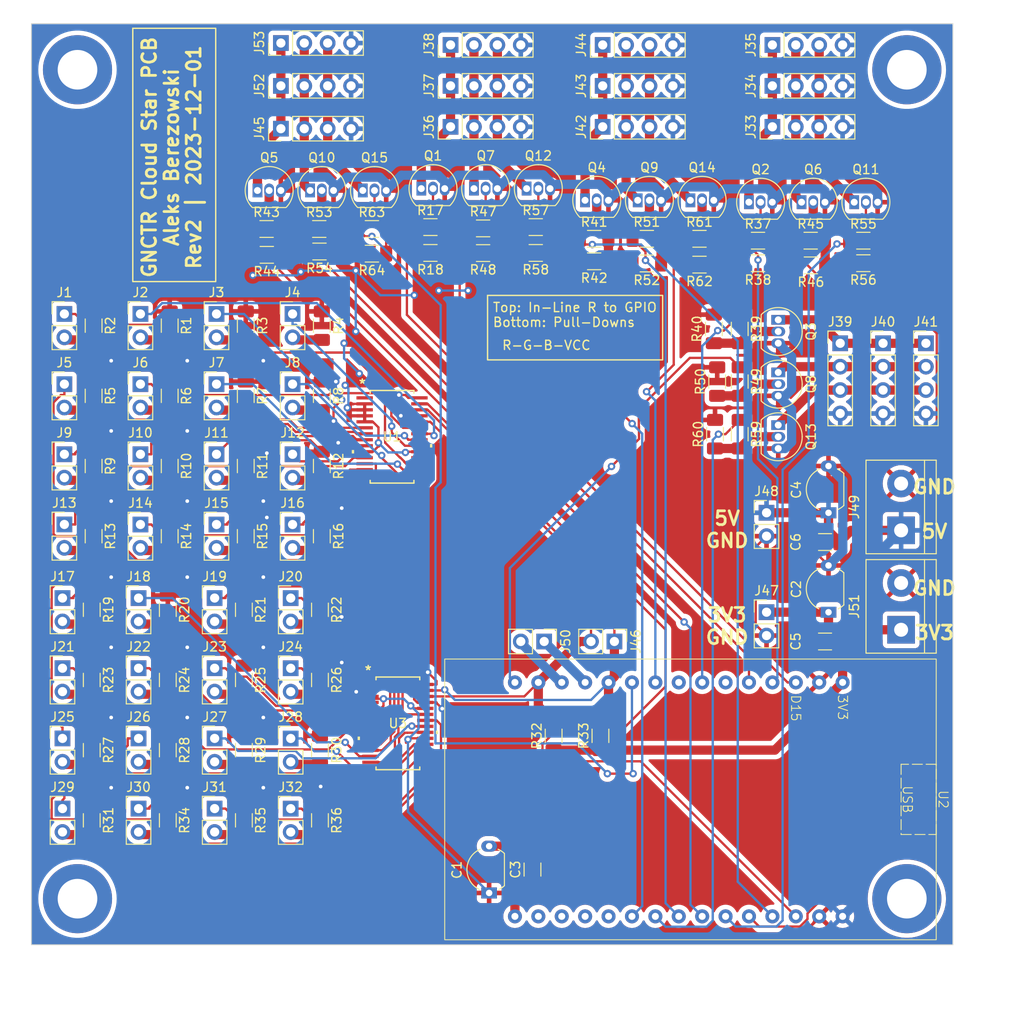
<source format=kicad_pcb>
(kicad_pcb (version 20221018) (generator pcbnew)
  (layers (0 "F.Cu" signal) (31 "B.Cu" signal) (34 "B.Paste" user) (35 "F.Paste" user) (36 "B.SilkS" user "B.Silkscreen") (37 "F.SilkS" user "F.Silkscreen") (38 "B.Mask" user) (39 "F.Mask" user) (44 "Edge.Cuts" user))
  (net 0 "")
  (net 1 "GND")
  (net 2 "Net-(U2-EN)")
  (net 3 "+3.3V")
  (net 4 "+5V")
  (net 9 "Net-(J1-Pin_1)")
  (net 10 "Net-(J1-Pin_2)")
  (net 11 "Net-(J2-Pin_1)")
  (net 12 "Net-(J2-Pin_2)")
  (net 13 "Net-(J3-Pin_1)")
  (net 14 "Net-(J3-Pin_2)")
  (net 15 "Net-(J4-Pin_1)")
  (net 16 "Net-(J4-Pin_2)")
  (net 17 "Net-(J5-Pin_1)")
  (net 18 "Net-(J5-Pin_2)")
  (net 19 "Net-(J6-Pin_1)")
  (net 20 "Net-(J6-Pin_2)")
  (net 21 "Net-(J7-Pin_1)")
  (net 22 "Net-(J7-Pin_2)")
  (net 23 "Net-(J8-Pin_1)")
  (net 24 "Net-(J8-Pin_2)")
  (net 25 "Net-(J9-Pin_1)")
  (net 26 "Net-(J9-Pin_2)")
  (net 27 "Net-(J10-Pin_1)")
  (net 28 "Net-(J10-Pin_2)")
  (net 29 "Net-(J11-Pin_1)")
  (net 30 "Net-(J11-Pin_2)")
  (net 31 "Net-(J12-Pin_1)")
  (net 32 "Net-(J12-Pin_2)")
  (net 33 "Net-(J13-Pin_1)")
  (net 34 "Net-(J13-Pin_2)")
  (net 35 "Net-(J14-Pin_1)")
  (net 36 "Net-(J14-Pin_2)")
  (net 37 "Net-(J15-Pin_1)")
  (net 38 "Net-(J15-Pin_2)")
  (net 39 "Net-(J16-Pin_1)")
  (net 40 "Net-(J16-Pin_2)")
  (net 41 "Net-(J17-Pin_1)")
  (net 42 "Net-(J17-Pin_2)")
  (net 43 "Net-(J18-Pin_1)")
  (net 44 "Net-(J18-Pin_2)")
  (net 45 "Net-(J19-Pin_1)")
  (net 46 "Net-(J19-Pin_2)")
  (net 47 "Net-(J20-Pin_1)")
  (net 48 "Net-(J20-Pin_2)")
  (net 49 "Net-(J21-Pin_1)")
  (net 50 "Net-(J21-Pin_2)")
  (net 51 "Net-(J22-Pin_1)")
  (net 52 "Net-(J22-Pin_2)")
  (net 53 "Net-(J23-Pin_1)")
  (net 54 "Net-(J23-Pin_2)")
  (net 55 "Net-(J24-Pin_1)")
  (net 56 "Net-(J24-Pin_2)")
  (net 57 "Net-(J25-Pin_1)")
  (net 58 "Net-(J25-Pin_2)")
  (net 59 "Net-(J26-Pin_1)")
  (net 60 "Net-(J26-Pin_2)")
  (net 61 "Net-(J27-Pin_1)")
  (net 62 "Net-(J27-Pin_2)")
  (net 63 "Net-(J28-Pin_1)")
  (net 64 "Net-(J28-Pin_2)")
  (net 65 "Net-(J29-Pin_1)")
  (net 66 "Net-(J29-Pin_2)")
  (net 67 "Net-(J30-Pin_1)")
  (net 68 "Net-(J30-Pin_2)")
  (net 69 "Net-(J31-Pin_1)")
  (net 70 "Net-(J31-Pin_2)")
  (net 71 "Net-(J32-Pin_1)")
  (net 72 "Net-(J32-Pin_2)")
  (net 73 "/CloudController/Output1")
  (net 74 "/CloudController/Output6")
  (net 75 "/CloudController/Output11")
  (net 76 "/CloudController/Output2")
  (net 77 "/CloudController/Output7")
  (net 78 "/CloudController/Output12")
  (net 79 "/CloudController/Output3")
  (net 80 "/CloudController/Output8")
  (net 81 "/CloudController/Output13")
  (net 82 "/CloudController/Output4")
  (net 83 "/CloudController/Output9")
  (net 84 "/CloudController/Output14")
  (net 85 "/CloudController/Output5")
  (net 86 "/CloudController/Output10")
  (net 87 "/CloudController/Output15")
  (net 88 "unconnected-(U2-D5{slash}VSPI_CS0-Pad8)")
  (net 89 "/SCL")
  (net 90 "Net-(J50-Pin_1)")
  (net 91 "Net-(J50-Pin_2)")
  (net 92 "Net-(Q1-G)")
  (net 93 "Net-(Q2-G)")
  (net 94 "Net-(Q3-G)")
  (net 95 "Net-(Q4-G)")
  (net 96 "Net-(Q5-G)")
  (net 97 "Net-(Q6-G)")
  (net 98 "Net-(Q7-G)")
  (net 99 "Net-(Q8-G)")
  (net 100 "Net-(Q9-G)")
  (net 101 "Net-(Q10-G)")
  (net 102 "Net-(Q11-G)")
  (net 103 "Net-(Q12-G)")
  (net 104 "Net-(Q13-G)")
  (net 105 "Net-(Q14-G)")
  (net 106 "Net-(Q15-G)")
  (net 107 "/Control2")
  (net 108 "/Control1")
  (net 109 "/Control3")
  (net 110 "/Control4")
  (net 111 "/Control5")
  (net 112 "/Control6")
  (net 113 "/Control7")
  (net 114 "/Control8")
  (net 115 "/Control9")
  (net 116 "/Control10")
  (net 117 "/Control11")
  (net 118 "/Control12")
  (net 119 "/Control13")
  (net 120 "/Control14")
  (net 121 "/Control15")
  (net 126 "/SDA")
  (footprint "Resistor_SMD:R_1206_3216Metric_Pad1.30x1.75mm_HandSolder" (layer "F.Cu") (at 39.8018 88.635 -90)
    (fp_text reference "R20")
    (fp_text value "?kΩ")
  )
  (footprint "Resistor_SMD:R_1206_3216Metric_Pad1.30x1.75mm_HandSolder" (layer "F.Cu") (at 97.5 48.355)
    (fp_text reference "R61")
    (fp_text value "1kΩ")
  )
  (footprint "Resistor_SMD:R_1206_3216Metric_Pad1.30x1.75mm_HandSolder" (layer "F.Cu") (at 68.3 49.89 180)
    (fp_text reference "R18")
    (fp_text value "3.3kΩ")
  )
  (footprint "Capacitor_SMD:C_1206_3216Metric_Pad1.33x1.80mm_HandSolder" (layer "F.Cu") (at 111.125 92.075)
    (fp_text reference "C5")
    (fp_text value "0.1uF")
  )
  (footprint "Resistor_SMD:R_1206_3216Metric_Pad1.30x1.75mm_HandSolder" (layer "F.Cu") (at 31.75 57.785 -90)
    (fp_text reference "R2")
    (fp_text value "?kΩ")
  )
  (footprint "Resistor_SMD:R_1206_3216Metric_Pad1.30x1.75mm_HandSolder" (layer "F.Cu") (at 31.5468 88.635 -90)
    (fp_text reference "R19")
    (fp_text value "?kΩ")
  )
  (footprint "Resistor_SMD:R_1206_3216Metric_Pad1.30x1.75mm_HandSolder" (layer "F.Cu") (at 39.8018 96.255 -90)
    (fp_text reference "R24")
    (fp_text value "?kΩ")
  )
  (footprint "Package_TO_SOT_THT:TO-92_Inline" (layer "F.Cu") (at 78.74 42.905)
    (fp_text reference "Q12")
    (fp_text value "BS170")
  )
  (footprint "Resistor_SMD:R_1206_3216Metric_Pad1.30x1.75mm_HandSolder" (layer "F.Cu") (at 56.515 80.645 -90)
    (fp_text reference "R16")
    (fp_text value "?kΩ")
  )
  (footprint "Resistor_SMD:R_1206_3216Metric_Pad1.30x1.75mm_HandSolder" (layer "F.Cu") (at 97.5 51.16 180)
    (fp_text reference "R62")
    (fp_text value "3.3kΩ")
  )
  (footprint "Connector_PinHeader_2.54mm:PinHeader_1x04_P2.54mm_Vertical" (layer "F.Cu") (at 52.07 36.4 90)
    (fp_text reference "J45")
    (fp_text value "Conn_01x04")
  )
  (footprint "Connector_PinHeader_2.54mm:PinHeader_1x02_P2.54mm_Vertical" (layer "F.Cu") (at 45.085 56.515)
    (fp_text reference "J3")
    (fp_text value "Conn_02x01")
  )
  (footprint "MountingHole:MountingHole_4.3mm_M4_DIN965_Pad_TopBottom" (layer "F.Cu") (at 30 30)
    (fp_text reference "H1" hide)
    (fp_text value "MountingHole_Pad")
  )
  (footprint "Resistor_SMD:R_1206_3216Metric_Pad1.30x1.75mm_HandSolder" (layer "F.Cu") (at 48.26 80.645 -90)
    (fp_text reference "R15")
    (fp_text value "?kΩ")
  )
  (footprint "Connector_PinHeader_2.54mm:PinHeader_1x02_P2.54mm_Vertical" (layer "F.Cu") (at 36.6268 87.365)
    (fp_text reference "J18")
    (fp_text value "Conn_02x01")
  )
  (footprint "Connector_PinHeader_2.54mm:PinHeader_1x02_P2.54mm_Vertical" (layer "F.Cu") (at 28.575 71.75)
    (fp_text reference "J9")
    (fp_text value "Conn_02x01")
  )
  (footprint "Resistor_SMD:R_1206_3216Metric_Pad1.30x1.75mm_HandSolder" (layer "F.Cu") (at 99.185 69.57 90)
    (fp_text reference "R60")
    (fp_text value "3.3kΩ")
  )
  (footprint "Resistor_SMD:R_1206_3216Metric_Pad1.30x1.75mm_HandSolder" (layer "F.Cu") (at 79.73 47.085)
    (fp_text reference "R57")
    (fp_text value "1kΩ")
  )
  (footprint "Package_TO_SOT_THT:TO-92_Inline" (layer "F.Cu") (at 114.29 44.38)
    (fp_text reference "Q11")
    (fp_text value "BS170")
  )
  (footprint "Resistor_SMD:R_1206_3216Metric_Pad1.30x1.75mm_HandSolder" (layer "F.Cu") (at 99.42 63.855 90)
    (fp_text reference "R50")
    (fp_text value "3.3kΩ")
  )
  (footprint "Package_TO_SOT_THT:TO-92_Inline" (layer "F.Cu") (at 73.025 42.905)
    (fp_text reference "Q7")
    (fp_text value "BS170")
  )
  (footprint "Resistor_SMD:R_1206_3216Metric_Pad1.30x1.75mm_HandSolder" (layer "F.Cu") (at 50.545 50.095 180)
    (fp_text reference "R44")
    (fp_text value "3.3kΩ")
  )
  (footprint "Resistor_SMD:R_1206_3216Metric_Pad1.30x1.75mm_HandSolder" (layer "F.Cu") (at 48.0568 111.495 -90)
    (fp_text reference "R35")
    (fp_text value "?kΩ")
  )
  (footprint "MountingHole:MountingHole_4.3mm_M4_DIN965_Pad_TopBottom" (layer "F.Cu") (at 120 30)
    (fp_text reference "H2" hide)
    (fp_text value "MountingHole_Pad")
  )
  (footprint "Resistor_SMD:R_1206_3216Metric_Pad1.30x1.75mm_HandSolder" (layer "F.Cu") (at 56.3118 111.495 -90)
    (fp_text reference "R36")
    (fp_text value "?kΩ")
  )
  (footprint "Resistor_SMD:R_1206_3216Metric_Pad1.30x1.75mm_HandSolder" (layer "F.Cu") (at 68.3 47.085)
    (fp_text reference "R17")
    (fp_text value "1kΩ")
  )
  (footprint "Resistor_SMD:R_1206_3216Metric_Pad1.30x1.75mm_HandSolder" (layer "F.Cu") (at 81.67 102.32 90)
    (fp_text reference "R32")
    (fp_text value "3.3kΩ")
  )
  (footprint "Resistor_SMD:R_1206_3216Metric_Pad1.30x1.75mm_HandSolder" (layer "F.Cu") (at 74.015 47.225)
    (fp_text reference "R47")
    (fp_text value "1kΩ")
  )
  (footprint "Connector_PinHeader_2.54mm:PinHeader_1x02_P2.54mm_Vertical" (layer "F.Cu") (at 45.085 71.75)
    (fp_text reference "J11")
    (fp_text value "Conn_02x01")
  )
  (footprint "Connector_PinHeader_2.54mm:PinHeader_1x04_P2.54mm_Vertical" (layer "F.Cu") (at 86.995 27.305 90)
    (fp_text reference "J44")
    (fp_text value "Conn_01x04")
  )
  (footprint "Connector_PinHeader_2.54mm:PinHeader_1x02_P2.54mm_Vertical" (layer "F.Cu") (at 53.1368 87.365)
    (fp_text reference "J20")
    (fp_text value "Conn_02x01")
  )
  (footprint "Resistor_SMD:R_1206_3216Metric_Pad1.30x1.75mm_HandSolder" (layer "F.Cu") (at 101.865 69.57 -90)
    (fp_text reference "R59")
    (fp_text value "1kΩ")
  )
  (footprint "Connector_PinHeader_2.54mm:PinHeader_1x02_P2.54mm_Vertical" (layer "F.Cu") (at 44.8818 87.36)
    (fp_text reference "J19")
    (fp_text value "Conn_02x01")
  )
  (footprint "Package_TO_SOT_THT:TO-92_Inline" (layer "F.Cu") (at 85.08 44.175)
    (fp_text reference "Q4")
    (fp_text value "BS170")
  )
  (footprint "Connector_PinHeader_2.54mm:PinHeader_1x04_P2.54mm_Vertical" (layer "F.Cu") (at 52.07 31.75 90)
    (fp_text reference "J52")
    (fp_text value "Conn_01x04")
  )
  (footprint "Connector_PinHeader_2.54mm:PinHeader_1x02_P2.54mm_Vertical" (layer "F.Cu") (at 104.775 78.1)
    (fp_text reference "J48")
    (fp_text value "Conn_01x02")
  )
  (footprint "Connector_PinHeader_2.54mm:PinHeader_1x02_P2.54mm_Vertical" (layer "F.Cu") (at 53.34 56.515)
    (fp_text reference "J4")
    (fp_text value "Conn_02x01")
  )
  (footprint "Resistor_SMD:R_1206_3216Metric_Pad1.30x1.75mm_HandSolder" (layer "F.Cu") (at 99.06 58.14 90)
    (fp_text reference "R40")
    (fp_text value "3.3kΩ")
  )
  (footprint "Connector_PinHeader_2.54mm:PinHeader_1x02_P2.54mm_Vertical" (layer "F.Cu") (at 36.83 64.135)
    (fp_text reference "J6")
    (fp_text value "Conn_02x01")
  )
  (footprint "Package_TO_SOT_THT:TO-92_Inline" (layer "F.Cu") (at 96.51 44.175)
    (fp_text reference "Q14")
    (fp_text value "BS170")
  )
  (footprint "Connector_PinHeader_2.54mm:PinHeader_1x04_P2.54mm_Vertical" (layer "F.Cu") (at 70.485 31.75 90)
    (fp_text reference "J37")
    (fp_text value "Conn_01x04")
  )
  (footprint "Resistor_SMD:R_1206_3216Metric_Pad1.30x1.75mm_HandSolder" (layer "F.Cu") (at 109.59 51.24 180)
    (fp_text reference "R46")
    (fp_text value "3.3kΩ")
  )
  (footprint "Package_TO_SOT_THT:TO-92_Inline" (layer "F.Cu") (at 60.96 43.11)
    (fp_text reference "Q15")
    (fp_text value "BS170")
  )
  (footprint "Connector_PinHeader_2.54mm:PinHeader_1x02_P2.54mm_Vertical" (layer "F.Cu") (at 36.83 79.375)
    (fp_text reference "J14")
    (fp_text value "Conn_02x01")
  )
  (footprint "Connector_PinHeader_2.54mm:PinHeader_1x02_P2.54mm_Vertical" (layer "F.Cu") (at 28.575 64.135)
    (fp_text reference "J5")
    (fp_text value "Conn_02x01")
  )
  (footprint "Resistor_SMD:R_1206_3216Metric_Pad1.30x1.75mm_HandSolder" (layer "F.Cu") (at 48.26 57.785 -90)
    (fp_text reference "R3")
    (fp_text value "?kΩ")
  )
  (footprint "Resistor_SMD:R_1206_3216Metric_Pad1.30x1.75mm_HandSolder" (layer "F.Cu") (at 48.26 73.025 -90)
    (fp_text reference "R11")
    (fp_text value "?kΩ")
  )
  (footprint "Connector_PinHeader_2.54mm:PinHeader_1x04_P2.54mm_Vertical" (layer "F.Cu") (at 52.07 27.1 90)
    (fp_text reference "J53")
    (fp_text value "Conn_01x04")
  )
  (footprint "Connector_PinHeader_2.54mm:PinHeader_1x02_P2.54mm_Vertical" (layer "F.Cu") (at 36.6268 102.6)
    (fp_text reference "J26")
    (fp_text value "Conn_02x01")
  )
  (footprint "Resistor_SMD:R_1206_3216Metric_Pad1.30x1.75mm_HandSolder" (layer "F.Cu") (at 48.0568 96.255 -90)
    (fp_text reference "R25")
    (fp_text value "?kΩ")
  )
  (footprint "Resistor_SMD:R_1206_3216Metric_Pad1.30x1.75mm_HandSolder" (layer "F.Cu") (at 109.565 48.56)
    (fp_text reference "R45")
    (fp_text value "1kΩ")
  )
  (footprint "Connector_PinHeader_2.54mm:PinHeader_1x02_P2.54mm_Vertical" (layer "F.Cu") (at 28.575 79.37)
    (fp_text reference "J13")
    (fp_text value "Conn_02x01")
  )
  (footprint "Resistor_SMD:R_1206_3216Metric_Pad1.30x1.75mm_HandSolder" (layer "F.Cu") (at 31.75 65.405 -90)
    (fp_text reference "R5")
    (fp_text value "?kΩ")
  )
  (footprint "TerminalBlock:TerminalBlock_bornier-2_P5.08mm" (layer "F.Cu") (at 119.38 90.805 90)
    (fp_text reference "J51")
    (fp_text value "Screw_Terminal_01x02")
  )
  (footprint "Connector_PinHeader_2.54mm:PinHeader_1x02_P2.54mm_Vertical" (layer "F.Cu") (at 53.34 79.375)
    (fp_text reference "J16")
    (fp_text value "Conn_02x01")
  )
  (footprint "Resistor_SMD:R_1206_3216Metric_Pad1.30x1.75mm_HandSolder" (layer "F.Cu") (at 40.005 73.025 -90)
    (fp_text reference "R10")
    (fp_text value "?kΩ")
  )
  (footprint "Resistor_SMD:R_1206_3216Metric_Pad1.30x1.75mm_HandSolder" (layer "F.Cu") (at 115.28 51.005 180)
    (fp_text reference "R56")
    (fp_text value "3.3kΩ")
  )
  (footprint "Connector_PinHeader_2.54mm:PinHeader_1x02_P2.54mm_Vertical" (layer "F.Cu") (at 88.265 92.075 -90)
    (fp_text reference "J46")
    (fp_text value "Conn_01x02")
  )
  (footprint "Connector_PinHeader_2.54mm:PinHeader_1x02_P2.54mm_Vertical" (layer "F.Cu") (at 45.085 79.375)
    (fp_text reference "J15")
    (fp_text value "Conn_02x01")
  )
  (footprint "Resistor_SMD:R_1206_3216Metric_Pad1.30x1.75mm_HandSolder" (layer "F.Cu") (at 50.52 47.29)
    (fp_text reference "R43")
    (fp_text value "1kΩ")
  )
  (footprint "Connector_PinHeader_2.54mm:PinHeader_1x04_P2.54mm_Vertical" (layer "F.Cu") (at 105.41 36.195 90)
    (fp_text reference "J33")
    (fp_text value "Conn_01x04")
  )
  (footprint "Resistor_SMD:R_1206_3216Metric_Pad1.30x1.75mm_HandSolder" (layer "F.Cu") (at 74.015 49.905 180)
    (fp_text reference "R48")
    (fp_text value "3.3kΩ")
  )
  (footprint "Resistor_SMD:R_1206_3216Metric_Pad1.30x1.75mm_HandSolder" (layer "F.Cu") (at 86.07 48.355)
    (fp_text reference "R41")
    (fp_text value "1kΩ")
  )
  (footprint "Connector_PinHeader_2.54mm:PinHeader_1x02_P2.54mm_Vertical" (layer "F.Cu") (at 44.8818 110.22)
    (fp_text reference "J31")
    (fp_text value "Conn_02x01")
  )
  (footprint "Resistor_SMD:R_1206_3216Metric_Pad1.30x1.75mm_HandSolder" (layer "F.Cu") (at 79.73 49.89 180)
    (fp_text reference "R58")
    (fp_text value "3.3kΩ")
  )
  (footprint "Resistor_SMD:R_1206_3216Metric_Pad1.30x1.75mm_HandSolder" (layer "F.Cu") (at 48.0568 103.875 -90)
    (fp_text reference "R29")
    (fp_text value "?kΩ")
  )
  (footprint "Connector_PinHeader_2.54mm:PinHeader_1x02_P2.54mm_Vertical" (layer "F.Cu") (at 53.1368 94.985)
    (fp_text reference "J24")
    (fp_text value "Conn_02x01")
  )
  (footprint "Package_TO_SOT_THT:SOD-70_P5.08mm" (layer "F.Cu") (at 111.5 88.9 90)
    (fp_text reference "C2")
    (fp_text value "0.1uF")
  )
  (footprint "Resistor_SMD:R_1206_3216Metric_Pad1.30x1.75mm_HandSolder" (layer "F.Cu") (at 101.865 63.855 -90)
    (fp_text reference "R49")
    (fp_text value "1kΩ")
  )
  (footprint "Connector_PinHeader_2.54mm:PinHeader_1x04_P2.54mm_Vertical" (layer "F.Cu") (at 122.07 59.7)
    (fp_text reference "J41")
    (fp_text value "Conn_01x04")
  )
  (footprint "Resistor_SMD:R_1206_3216Metric_Pad1.30x1.75mm_HandSolder" (layer "F.Cu") (at 86.75 102.32 90)
    (fp_text reference "R33")
    (fp_text value "3.3kΩ")
  )
  (footprint "Connector_PinHeader_2.54mm:PinHeader_1x02_P2.54mm_Vertical" (layer "F.Cu") (at 36.6268 94.98)
    (fp_text reference "J22")
    (fp_text value "Conn_02x01")
  )
  (footprint "Library:TLC59116FIPWR" (layer "F.Cu") (at 64.135 69.85)
    (fp_text reference "U1")
    (fp_text value "TLC59116FIPWR")
  )
  (footprint "Package_TO_SOT_THT:TO-92_Inline" (layer "F.Cu") (at 106.045 68.58 -90)
    (fp_text reference "Q13")
    (fp_text value "BS170")
  )
  (footprint "Connector_PinHeader_2.54mm:PinHeader_1x04_P2.54mm_Vertical" (layer "F.Cu") (at 105.41 31.75 90)
    (fp_text reference "J34")
    (fp_text value "Conn_01x04")
  )
  (footprint "Resistor_SMD:R_1206_3216Metric_Pad1.30x1.75mm_HandSolder" (layer "F.Cu") (at 31.5468 111.495 -90)
    (fp_text reference "R31")
    (fp_text value "?kΩ")
  )
  (footprint "Connector_PinHeader_2.54mm:PinHeader_1x02_P2.54mm_Vertical" (layer "F.Cu") (at 45.085 64.135)
    (fp_text reference "J7")
    (fp_text value "Conn_02x01")
  )
  (footprint "Resistor_SMD:R_1206_3216Metric_Pad1.30x1.75mm_HandSolder" (layer "F.Cu") (at 48.26 65.405 -90)
    (fp_text reference "R7")
    (fp_text value "?kΩ")
  )
  (footprint "Resistor_SMD:R_1206_3216Metric_Pad1.30x1.75mm_HandSolder" (layer "F.Cu") (at 56.3118 103.875 -90)
    (fp_text reference "R30")
    (fp_text value "?kΩ")
  )
  (footprint "Package_TO_SOT_THT:SOD-70_P5.08mm" (layer "F.Cu") (at 74.67 119.38 90)
    (fp_text reference "C1")
    (fp_text value "0.1uF")
  )
  (footprint "Resistor_SMD:R_1206_3216Metric_Pad1.30x1.75mm_HandSolder" (layer "F.Cu") (at 40.005 57.785 -90)
    (fp_text reference "R1")
    (fp_text value "?kΩ")
  )
  (footprint "Resistor_SMD:R_1206_3216Metric_Pad1.30x1.75mm_HandSolder" (layer "F.Cu") (at 40.005 65.405 -90)
    (fp_text reference "R6")
    (fp_text value "?kΩ")
  )
  (footprint "Capacitor_SMD:C_1206_3216Metric_Pad1.33x1.80mm_HandSolder" (layer "F.Cu") (at 79.375 116.84 90)
    (fp_text reference "C3")
    (fp_text value "0.1uF")
  )
  (footprint "Connector_PinHeader_2.54mm:PinHeader_1x02_P2.54mm_Vertical" (layer "F.Cu") (at 36.83 56.515)
    (fp_text reference "J2")
    (fp_text value "Conn_02x01")
  )
  (footprint "Connector_PinHeader_2.54mm:PinHeader_1x02_P2.54mm_Vertical" (layer "F.Cu") (at 104.775 88.895)
    (fp_text reference "J47")
    (fp_text value "Conn_01x02")
  )
  (footprint "Package_TO_SOT_THT:TO-92_Inline" (layer "F.Cu") (at 102.86 44.38)
    (fp_text reference "Q2")
    (fp_text value "BS170")
  )
  (footprint "Resistor_SMD:R_1206_3216Metric_Pad1.30x1.75mm_HandSolder" (layer "F.Cu") (at 103.85 51.005 180)
    (fp_text reference "R38")
    (fp_text value "3.3kΩ")
  )
  (footprint "Resistor_SMD:R_1206_3216Metric_Pad1.30x1.75mm_HandSolder" (layer "F.Cu") (at 56.515 57.785 -90)
    (fp_text reference "R4")
    (fp_text value "?kΩ")
  )
  (footprint "Capacitor_SMD:C_1206_3216Metric_Pad1.33x1.80mm_HandSolder" (layer "F.Cu") (at 111.125 81.28)
    (fp_text reference "C6")
    (fp_text value "0.1uF")
  )
  (footprint "Resistor_SMD:R_1206_3216Metric_Pad1.30x1.75mm_HandSolder" (layer "F.Cu") (at 31.5468 103.875 -90)
    (fp_text reference "R27")
    (fp_text value "?kΩ")
  )
  (footprint "Connector_PinHeader_2.54mm:PinHeader_1x04_P2.54mm_Vertical" (layer "F.Cu") (at 105.41 27.305 90)
    (fp_text reference "J35")
    (fp_text value "Conn_01x04")
  )
  (footprint "Resistor_SMD:R_1206_3216Metric_Pad1.30x1.75mm_HandSolder" (layer "F.Cu") (at 56.3118 88.635 -90)
    (fp_text reference "R22")
    (fp_text value "?kΩ")
  )
  (footprint "Connector_PinHeader_2.54mm:PinHeader_1x04_P2.54mm_Vertical" (layer "F.Cu") (at 70.485 36.195 90)
    (fp_text reference "J36")
    (fp_text value "Conn_01x04")
  )
  (footprint "Package_TO_SOT_THT:TO-92_Inline" (layer "F.Cu") (at 106.045 62.865 -90)
    (fp_text reference "Q8")
    (fp_text value "BS170")
  )
  (footprint "Resistor_SMD:R_1206_3216Metric_Pad1.30x1.75mm_HandSolder" (layer "F.Cu") (at 56.235 47.29)
    (fp_text reference "R53")
    (fp_text value "1kΩ")
  )
  (footprint "Package_TO_SOT_THT:TO-92_Inline" (layer "F.Cu") (at 67.31 42.905)
    (fp_text reference "Q1")
    (fp_text value "BS170")
  )
  (footprint "Package_TO_SOT_THT:SOD-70_P5.08mm" (layer "F.Cu") (at 111.5 78.105 90)
    (fp_text reference "C4")
    (fp_text value "0.1uF")
  )
  (footprint "Resistor_SMD:R_1206_3216Metric_Pad1.30x1.75mm_HandSolder" (layer "F.Cu") (at 48.0568 88.635 -90)
    (fp_text reference "R21")
    (fp_text value "?kΩ")
  )
  (footprint "Resistor_SMD:R_1206_3216Metric_Pad1.30x1.75mm_HandSolder" (layer "F.Cu") (at 61.95 49.97 180)
    (fp_text reference "R64")
    (fp_text value "3.3kΩ")
  )
  (footprint "Resistor_SMD:R_1206_3216Metric_Pad1.30x1.75mm_HandSolder" (layer "F.Cu") (at 91.785 51.035 180)
    (fp_text reference "R52")
    (fp_text value "3.3kΩ")
  )
  (footprint "Resistor_SMD:R_1206_3216Metric_Pad1.30x1.75mm_HandSolder" (layer "F.Cu") (at 56.26 49.735 180)
    (fp_text reference "R54")
    (fp_text value "3.3kΩ")
  )
  (footprint "Library:TLC59116FIPWR" (layer "F.Cu") (at 64.77 100.965)
    (fp_text reference "U3")
    (fp_text value "TLC59116FIPWR")
  )
  (footprint "Connector_PinHeader_2.54mm:PinHeader_1x04_P2.54mm_Vertical" (layer "F.Cu") (at 117.42 59.7)
    (fp_text reference "J40")
    (fp_text value "Conn_01x04")
  )
  (footprint "Resistor_SMD:R_1206_3216Metric_Pad1.30x1.75mm_HandSolder" (layer "F.Cu") (at 40.005 80.645 -90)
    (fp_text reference "R14")
    (fp_text value "?kΩ")
  )
  (footprint "Resistor_SMD:R_1206_3216Metric_Pad1.30x1.75mm_HandSolder" (layer "F.Cu") (at 56.3118 96.255 -90)
    (fp_text reference "R26")
    (fp_text value "?kΩ")
  )
  (footprint "MountingHole:MountingHole_4.3mm_M4_DIN965_Pad_TopBottom" (layer "F.Cu") (at 120 120)
    (fp_text reference "H3" hide)
    (fp_text value "MountingHole_Pad")
  )
  (footprint "Resistor_SMD:R_1206_3216Metric_Pad1.30x1.75mm_HandSolder" (layer "F.Cu") (at 86.07 50.8 180)
    (fp_text reference "R42")
    (fp_text value "3.3kΩ")
  )
  (footprint "Connector_PinHeader_2.54mm:PinHeader_1x02_P2.54mm_Vertical" (layer "F.Cu") (at 53.1368 110.225)
    (fp_text reference "J32")
    (fp_text value "Conn_02x01")
  )
  (footprint "Connector_PinHeader_2.54mm:PinHeader_1x02_P2.54mm_Vertical" (layer "F.Cu") (at 36.83 71.75)
    (fp_text reference "J10")
    (fp_text value "Conn_02x01")
  )
  (footprint "Connector_PinHeader_2.54mm:PinHeader_1x02_P2.54mm_Vertical" (layer "F.Cu") (at 28.3718 110.22)
    (fp_text reference "J29")
    (fp_text value "Conn_02x01")
  )
  (footprint "Resistor_SMD:R_1206_3216Metric_Pad1.30x1.75mm_HandSolder" (layer "F.Cu") (at 103.85 48.56)
    (fp_text reference "R37")
    (fp_text value "1kΩ")
  )
  (footprint "Resistor_SMD:R_1206_3216Metric_Pad1.30x1.75mm_HandSolder" (layer "F.Cu") (at 115.28 48.56)
    (fp_text reference "R55")
    (fp_text value "1kΩ")
  )
  (footprint "Connector_PinHeader_2.54mm:PinHeader_1x04_P2.54mm_Vertical" (layer "F.Cu") (at 86.995 31.75 90)
    (fp_text reference "J43")
    (fp_text value "Conn_01x04")
  )
  (footprint "Resistor_SMD:R_1206_3216Metric_Pad1.30x1.75mm_HandSolder" (layer "F.Cu") (at 39.8018 103.875 -90)
    (fp_text reference "R28")
    (fp_text value "?kΩ")
  )
  (footprint "Connector_PinHeader_2.54mm:PinHeader_1x02_P2.54mm_Vertical" (layer "F.Cu") (at 53.34 71.75)
    (fp_text reference "J12")
    (fp_text value "Conn_02x01")
  )
  (footprint "Connector_PinHeader_2.54mm:PinHeader_1x02_P2.54mm_Vertical" (layer "F.Cu") (at 44.8818 94.98)
    (fp_text reference "J23")
    (fp_text value "Conn_02x01")
  )
  (footprint "Resistor_SMD:R_1206_3216Metric_Pad1.30x1.75mm_HandSolder" (layer "F.Cu") (at 31.75 80.645 -90)
    (fp_text reference "R13")
    (fp_text value "?kΩ")
  )
  (footprint "Resistor_SMD:R_1206_3216Metric_Pad1.30x1.75mm_HandSolder" (layer "F.Cu") (at 61.95 47.29)
    (fp_text reference "R63")
    (fp_text value "1kΩ")
  )
  (footprint "Connector_PinHeader_2.54mm:PinHeader_1x02_P2.54mm_Vertical" (layer "F.Cu") (at 28.3718 87.36)
    (fp_text reference "J17")
    (fp_text value "Conn_02x01")
  )
  (footprint "Connector_PinHeader_2.54mm:PinHeader_1x02_P2.54mm_Vertical" (layer "F.Cu") (at 28.3718 102.6)
    (fp_text reference "J25")
    (fp_text value "Conn_02x01")
  )
  (footprint "Resistor_SMD:R_1206_3216Metric_Pad1.30x1.75mm_HandSolder" (layer "F.Cu") (at 56.515 65.405 -90)
    (fp_text reference "R8")
    (fp_text value "?kΩ")
  )
  (footprint "Resistor_SMD:R_1206_3216Metric_Pad1.30x1.75mm_HandSolder" (layer "F.Cu") (at 91.785 48.355)
    (fp_text reference "R51")
    (fp_text value "1kΩ")
  )
  (footprint "Resistor_SMD:R_1206_3216Metric_Pad1.30x1.75mm_HandSolder" (layer "F.Cu") (at 31.75 73.025 -90)
    (fp_text reference "R9")
    (fp_text value "?kΩ")
  )
  (footprint "Library:ESP32-Module-30Pin" (layer "F.Cu") (at 95.25 109.22 -90)
    (fp_text reference "U2")
    (fp_text value "ESP32-Module-30Pin")
  )
  (footprint "Package_TO_SOT_THT:TO-92_Inline" (layer "F.Cu") (at 49.53 43.11)
    (fp_text reference "Q5")
    (fp_text value "BS170")
  )
  (footprint "Resistor_SMD:R_1206_3216Metric_Pad1.30x1.75mm_HandSolder" (layer "F.Cu") (at 56.515 73.025 -90)
    (fp_text reference "R12")
    (fp_text value "?kΩ")
  )
  (footprint "Package_TO_SOT_THT:TO-92_Inline" (layer "F.Cu") (at 90.795 44.175)
    (fp_text reference "Q9")
    (fp_text value "BS170")
  )
  (footprint "Resistor_SMD:R_1206_3216Metric_Pad1.30x1.75mm_HandSolder" (layer "F.Cu") (at 101.865 58.14 -90)
    (fp_text reference "R39")
    (fp_text value "1kΩ")
  )
  (footprint "Package_TO_SOT_THT:TO-92_Inline" (layer "F.Cu") (at 106.045 57.15 -90)
    (fp_text reference "Q3")
    (fp_text value "BS170")
  )
  (footprint "Connector_PinHeader_2.54mm:PinHeader_1x02_P2.54mm_Vertical" (layer "F.Cu") (at 28.575 56.515)
    (fp_text reference "J1")
    (fp_text value "Conn_02x01")
  )
  (footprint "Connector_PinHeader_2.54mm:PinHeader_1x04_P2.54mm_Vertical" (layer "F.Cu") (at 86.995 36.195 90)
    (fp_text reference "J42")
    (fp_text value "Conn_01x04")
  )
  (footprint "Package_TO_SOT_THT:TO-92_Inline" (layer "F.Cu") (at 55.245 43.11)
    (fp_text reference "Q10")
    (fp_text value "BS170")
  )
  (footprint "Connector_PinHeader_2.54mm:PinHeader_1x02_P2.54mm_Vertical" (layer "F.Cu") (at 28.3718 94.98)
    (fp_text reference "J21")
    (fp_text value "Conn_02x01")
  )
  (footprint "Connector_PinHeader_2.54mm:PinHeader_1x04_P2.54mm_Vertical" (layer "F.Cu") (at 70.485 27.305 90)
    (fp_text reference "J38")
    (fp_text value "Conn_01x04")
  )
  (footprint "Connector_PinHeader_2.54mm:PinHeader_1x02_P2.54mm_Vertical" (layer "F.Cu") (at 36.6268 110.22)
    (fp_text reference "J30")
    (fp_text value "Conn_02x01")
  )
  (footprint "Connector_PinHeader_2.54mm:PinHeader_1x02_P2.54mm_Vertical" (layer "F.Cu") (at 80.645 92.075 -90)
    (fp_text reference "J50")
    (fp_text value "Conn_01x02")
  )
  (footprint "Resistor_SMD:R_1206_3216Metric_Pad1.30x1.75mm_HandSolder" (layer "F.Cu") (at 31.5468 96.255 -90)
    (fp_text reference "R23")
    (fp_text value "?kΩ")
  )
  (footprint "Connector_PinHeader_2.54mm:PinHeader_1x04_P2.54mm_Vertical" (layer "F.Cu") (at 112.77 59.7)
    (fp_text reference "J39")
    (fp_text value "Conn_01x04")
  )
  (footprint "Connector_PinHeader_2.54mm:PinHeader_1x02_P2.54mm_Vertical" (layer "F.Cu") (at 53.1368 102.605)
    (fp_text reference "J28")
    (fp_text value "Conn_02x01")
  )
  (footprint "Resistor_SMD:R_1206_3216Metric_Pad1.30x1.75mm_HandSolder" (layer "F.Cu") (at 39.8018 111.495 -90)
    (fp_text reference "R34")
    (fp_text value "?kΩ")
  )
  (footprint "Package_TO_SOT_THT:TO-92_Inline" (layer "F.Cu") (at 108.575 44.38)
    (fp_text reference "Q6")
    (fp_text value "BS170")
  )
  (footprint "Connector_PinHeader_2.54mm:PinHeader_1x02_P2.54mm_Vertical" (layer "F.Cu") (at 44.8818 102.6)
    (fp_text reference "J27")
    (fp_text value "Conn_02x01")
  )
  (footprint "MountingHole:MountingHole_4.3mm_M4_DIN965_Pad_TopBottom" (layer "F.Cu") (at 30 120)
    (fp_text reference "H4" hide)
    (fp_text value "MountingHole_Pad")
  )
  (footprint "Connector_PinHeader_2.54mm:PinHeader_1x02_P2.54mm_Vertical" (layer "F.Cu") (at 53.34 64.135)
    (fp_text reference "J8")
    (fp_text value "Conn_02x01")
  )
  (footprint "TerminalBlock:TerminalBlock_bornier-2_P5.08mm" (layer "F.Cu") (at 119.38 80.01 90)
    (fp_text reference "J49")
    (fp_text value "Screw_Terminal_01x02")
  )
  (gr_rect (start 74.5 54.5) (end 93.5 61.5) (stroke (width 0.15)) (fill none) (layer "F.SilkS"))
  (gr_rect (start 36 25.5) (end 45 53) (stroke (width 0.15)) (fill none) (layer "F.SilkS"))
  (gr_rect (start 25 25) (end 125 125) (stroke (width 0.1)) (fill none) (layer "Edge.Cuts"))
  (gr_text "GND\n\n3V3" (at 123 92) (layer "F.SilkS") (effects (font (size 1.5 1.5) (thickness 0.3) bold) (justify bottom)))
  (gr_text "R-G-B-VCC" (at 76 60.5) (layer "F.SilkS") (effects (font (size 1 1)) (justify left bottom)))
  (gr_text "GNCTR Cloud Star PCB\nAleks Berezowski\nRev2 | 2023-12-01" (at 43.5 39.5 90) (layer "F.SilkS") (effects (font (size 1.5 1.5) (thickness 0.3) bold) (justify bottom)))
  (gr_text "GND\n\n5V" (at 123 81) (layer "F.SilkS") (effects (font (size 1.5 1.5) (thickness 0.3) bold) (justify bottom)))
  (gr_text "3V3\nGND" (at 100.5 92.5) (layer "F.SilkS") (effects (font (size 1.5 1.5) (thickness 0.3) bold) (justify bottom)))
  (gr_text "5V\nGND" (at 100.5 82) (layer "F.SilkS") (effects (font (size 1.5 1.5) (thickness 0.3) bold) (justify bottom)))
  (gr_text "Top: In-Line R to GPIO\nBottom: Pull-Downs" (at 75 58) (layer "F.SilkS") (effects (font (size 1 1)) (justify left bottom)))
  (segment (start 67.1068 71.475001) (end 65.662944 71.475001) (width 0.25) (layer "F.Cu") (net 1))
  (segment (start 60.198 51.816) (end 60.198 50.172) (width 0.25) (layer "F.Cu") (net 1))
  (segment (start 103.6 81.815) (end 104.775 80.64) (width 0.25) (layer "F.Cu") (net 1))
  (segment (start 63.0122 102.264998) (end 62.6872 102.589998) (width 0.25) (layer "F.Cu") (net 1))
  (segment (start 66.167 99.06) (end 66.446999 99.339999) (width 0.25) (layer "F.Cu") (net 1))
  (segment (start 63.2035 98.298) (end 63.2035 99.0627) (width 0.25) (layer "F.Cu") (net 1))
  (segment (start 54.229 51.943) (end 54.229 50.216) (width 0.25) (layer "F.Cu") (net 1))
  (segment (start 65.980235 102.590001) (end 65.863109 102.707127) (width 0.25) (layer "F.Cu") (net 1))
  (segment (start 67.1068 71.475001) (end 67.9958 71.475001) (width 0.25) (layer "F.Cu") (net 1))
  (segment (start 48.995 50.095) (end 48.995 52.297) (width 0.25) (layer "F.Cu") (net 1))
  (segment (start 69.4145 69.361881) (end 68.277618 68.224999) (width 0.25) (layer "F.Cu") (net 1))
  (segment (start 62.660577 70.500881) (end 62.660577 70.866621) (width 0.25) (layer "F.Cu") (net 1))
  (segment (start 58.928 59.69) (end 60.198 58.42) (width 0.25) (layer "F.Cu") (net 1))
  (segment (start 61.7982 99.339999) (end 62.6872 99.339999) (width 0.25) (layer "F.Cu") (net 1))
  (segment (start 104.775 91.435) (end 103.6 90.26) (width 0.25) (layer "F.Cu") (net 1))
  (segment (start 62.6872 99.339999) (end 63.0122 99.664999) (width 0.25) (layer "F.Cu") (net 1))
  (segment (start 62.6872 102.589998) (end 61.7982 102.589998) (width 0.25) (layer "F.Cu") (net 1))
  (segment (start 59.309 64.262) (end 60.579 62.992) (width 0.25) (layer "F.Cu") (net 1))
  (segment (start 62.660577 68.833376) (end 62.0522 68.224999) (width 0.25) (layer "F.Cu") (net 1))
  (segment (start 68.277618 68.224999) (end 67.1068 68.224999) (width 0.25) (layer "F.Cu") (net 1))
  (segment (start 72.465 53.9) (end 72.39 53.975) (width 0.25) (layer "F.Cu") (net 1))
  (segment (start 59.055 64.262) (end 59.309 64.262) (width 0.25) (layer "F.Cu") (net 1))
  (segment (start 109.5625 81.8825) (end 111.5 83.82) (width 0.25) (layer "F.Cu") (net 1))
  (segment (start 66.446999 99.339999) (end 67.7418 99.339999) (width 0.25) (layer "F.Cu") (net 1))
  (segment (start 67.056 53.975) (end 66.548 54.483) (width 0.25) (layer "F.Cu") (net 1))
  (segment (start 63.2035 98.298) (end 62.0562 98.298) (width 0.25) (layer "F.Cu") (net 1))
  (segment (start 69.4145 70.056301) (end 69.4145 69.361881) (width 0.25) (layer "F.Cu") (net 1))
  (segment (start 62.660577 70.500881) (end 62.660577 68.833376) (width 0.25) (layer "F.Cu") (net 1))
  (segment (start 61.7982 98.04) (end 61.7982 98.690001) (width 0.25) (layer "F.Cu") (net 1))
  (segment (start 72.465 49.905) (end 72.465 53.9) (width 0.25) (layer "F.Cu") (net 1))
  (segment (start 62.660577 70.866621) (end 62.0522 71.474998) (width 0.25) (layer "F.Cu") (net 1))
  (segment (start 63.0122 99.664999) (end 63.0122 102.264998) (width 0.25) (layer "F.Cu") (net 1))
  (segment (start 65.662944 71.475001) (end 65.588445 71.5495) (width 0.25) (layer "F.Cu") (net 1))
  (segment (start 59.708999 66.275001) (end 59.284299 66.699701) (width 0.25) (layer "F.Cu") (net 1))
  (segment (start 63.0122 99.254) (end 63.0122 102.264998) (width 0.25) (layer "F.Cu") (net 1))
  (segment (start 62.0522 68.224999) (end 61.1632 68.224999) (width 0.25) (layer "F.Cu") (net 1))
  (segment (start 103.6 90.26) (end 103.6 81.815) (width 0.25) (layer "F.Cu") (net 1))
  (segment (start 109.5625 81.28) (end 109.5625 81.8825) (width 0.25) (layer "F.Cu") (net 1))
  (segment (start 104.775 80.64) (end 108.9225 80.64) (width 0.25) (layer "F.Cu") (net 1))
  (segment (start 60.198 50.172) (end 60.4 49.97) (width 0.25) (layer "F.Cu") (net 1))
  (segment (start 108.9225 80.64) (end 109.5625 81.28) (width 0.25) (layer "F.Cu") (net 1))
  (segment (start 62.0522 71.474998) (end 61.1632 71.474998) (width 0.25) (layer "F.Cu") (net 1))
  (segment (start 69.215 53.975) (end 67.056 53.975) (width 0.25) (layer "F.Cu") (net 1))
  (segment (start 54.229 50.216) (end 54.71 49.735) (width 0.25) (layer "F.Cu") (net 1))
  (segment (start 48.995 52.297) (end 49.022 52.324) (width 0.25) (layer "F.Cu") (net 1))
  (segment (start 67.7418 102.590001) (end 65.980235 102.590001) (width 0.25) (layer "F.Cu") (net 1))
  (segment (start 67.9958 71.475001) (end 69.4145 70.056301) (width 0.25) (layer "F.Cu") (net 1))
  (segment (start 62.0562 98.298) (end 61.7982 98.04) (width 0.25) (layer "F.Cu") (net 1))
  (segment (start 61.1632 66.275001) (end 59.708999 66.275001) (width 0.25) (layer "F.Cu") (net 1))
  (segment (start 63.2035 99.0627) (end 63.0122 99.254) (width 0.25) (layer "F.Cu") (net 1))
  (via (at 59.284299 66.699701) (size 0.8) (drill 0.4) (layers "F.Cu" "B.Cu") (net 1))
  (via (at 63.2035 98.298) (size 0.8) (drill 0.4) (layers "F.Cu" "B.Cu") (net 1))
  (via (at 60.579 62.992) (size 0.8) (drill 0.4) (layers "F.Cu" "B.Cu") (net 1))
  (via (at 60.198 51.816) (size 0.8) (drill 0.4) (layers "F.Cu" "B.Cu") (net 1))
  (via (at 65.863109 102.707127) (size 0.8) (drill 0.4) (layers "F.Cu" "B.Cu") (net 1))
  (via (at 65.588445 71.5495) (size 0.8) (drill 0.4) (layers "F.Cu" "B.Cu") (net 1))
  (via (at 72.39 53.975) (size 0.8) (drill 0.4) (layers "F.Cu" "B.Cu") (net 1))
  (via (at 58.928 59.69) (size 0.8) (drill 0.4) (layers "F.Cu" "B.Cu") (net 1))
  (via (at 69.215 53.975) (size 0.8) (drill 0.4) (layers "F.Cu" "B.Cu") (net 1))
  (via (at 60.198 58.42) (size 0.8) (drill 0.4) (layers "F.Cu" "B.Cu") (net 1))
  (via (at 66.548 54.483) (size 0.8) (drill 0.4) (layers "F.Cu" "B.Cu") (net 1))
  (via (at 62.660577 70.500881) (size 0.8) (drill 0.4) (layers "F.Cu" "B.Cu") (net 1))
  (via (at 49.022 52.324) (size 0.8) (drill 0.4) (layers "F.Cu" "B.Cu") (net 1))
  (via (at 54.229 51.943) (size 0.8) (drill 0.4) (layers "F.Cu" "B.Cu") (net 1))
  (via (at 66.167 99.06) (size 0.8) (drill 0.4) (layers "F.Cu" "B.Cu") (net 1))
  (via (at 59.055 64.262) (size 0.8) (drill 0.4) (layers "F.Cu" "B.Cu") (net 1))
  (segment (start 54.356 51.816) (end 54.229 51.943) (width 0.25) (layer "B.Cu") (net 1))
  (segment (start 106.791325 71.12) (end 107.495 70.416325) (width 1) (layer "B.Cu") (net 1))
  (segment (start 65.863109 110.573109) (end 74.67 119.38) (width 0.25) (layer "B.Cu") (net 1))
  (segment (start 107.495 70.416325) (end 107.495 66.855) (width 1) (layer "B.Cu") (net 1))
  (segment (start 80.523325 41.402) (end 77.068 41.402) (width 1) (layer "B.Cu") (net 1))
  (segment (start 99.05 42.916) (end 99.05 44.175) (width 1) (layer "B.Cu") (net 1))
  (segment (start 57.081325 41.66) (end 53.52 41.66) (width 1) (layer "B.Cu") (net 1))
  (segment (start 107.495 64.701325) (end 107.495 61.14) (width 1) (layer "B.Cu") (net 1))
  (segment (start 62.796325 41.66) (end 59.235 41.66) (width 1) (layer "B.Cu") (net 1))
  (segment (start 106.791325 65.405) (end 107.495 64.701325) (width 1) (layer "B.Cu") (net 1))
  (segment (start 77.068 41.402) (end 75.565 42.905) (width 1) (layer "B.Cu") (net 1))
  (segment (start 92.631325 42.725) (end 93.335 43.428675) (width 1) (layer "B.Cu") (net 1))
  (segment (start 63.709196 71.5495) (end 62.660577 70.500881) (width 0.25) (layer "B.Cu") (net 1))
  (segment (start 63.5 43.11) (end 63.5 42.363675) (width 1) (layer "B.Cu") (net 1))
  (segment (start 69.146325 41.455) (end 65.155 41.455) (width 1) (layer "B.Cu") (net 1))
  (segment (start 65.155 41.455) (end 63.5 43.11) (width 1) (layer "B.Cu") (net 1))
  (segment (start 98.859 42.725) (end 99.05 42.916) (width 1) (layer "B.Cu") (net 1))
  (segment (start 100.295 42.93) (end 104.906 42.93) (width 1) (layer "B.Cu") (net 1))
  (segment (start 107.495 61.14) (end 106.045 59.69) (width 1) (layer "B.Cu") (net 1))
  (segment (start 106.045 71.12) (end 106.791325 71.12) (width 1) (layer "B.Cu") (net 1))
  (segment (start 53.848 52.324) (end 54.229 51.943) (width 0.25) (layer "B.Cu") (net 1))
  (segment (start 105.4 44.38) (end 106.85 42.93) (width 1) (layer "B.Cu") (net 1))
  (segment (start 63.2035 98.298) (end 65.405 98.298) (width 0.25) (layer "B.Cu") (net 1))
  (segment (start 111.115 43.17) (end 111.115 44.38) (width 1) (layer "B.Cu") (net 1))
  (segment (start 65.588445 71.5495) (end 63.709196 71.5495) (width 0.25) (layer "B.Cu") (net 1))
  (segment (start 59.235 41.66) (end 57.785 43.11) (width 1) (layer "B.Cu") (net 1))
  (segment (start 59.284299 66.699701) (end 59.399 66.585) (width 0.25) (layer "B.Cu") (net 1))
  (segment (start 75.565 42.158675) (end 74.861325 41.455) (width 1) (layer "B.Cu") (net 1))
  (segment (start 60.579 62.992) (end 58.928 61.341) (width 0.25) (layer "B.Cu") (net 1))
  (segment (start 94.785 42.725) (end 98.859 42.725) (width 1) (layer "B.Cu") (net 1))
  (segment (start 87.62 43.428675) (end 86.632852 42.441527) (width 1) (layer "B.Cu") (net 1))
  (segment (start 112.565 42.93) (end 116.336 42.93) (width 1) (layer "B.Cu") (net 1))
  (segment (start 107.495 66.855) (end 106.045 65.405) (width 1) (layer "B.Cu") (net 1))
  (segment (start 67.00745 101.562786) (end 67.00745 99.90045) (width 0.25) (layer "B.Cu") (net 1))
  (segment (start 105.4 43.424) (end 105.4 44.38) (width 1) (layer "B.Cu") (net 1))
  (segment (start 110.875 42.93) (end 111.115 43.17) (width 1) (layer "B.Cu") (net 1))
  (segment (start 59.399 66.585) (end 59.399 64.606) (width 0.25) (layer "B.Cu") (net 1))
  (segment (start 81.743473 42.441527) (end 81.28 42.905) (width 1) (layer "B.Cu") (net 1))
  (segment (start 60.198 58.42) (end 60.198 51.816) (width 0.25) (layer "B.Cu") (net 1))
  (segment (start 53.52 41.66) (end 52.07 43.11) (width 1) (layer "B.Cu") (net 1))
  (segment (start 62.865 54.483) (end 60.198 51.816) (width 0.25) (layer "B.Cu") (net 1))
  (segment (start 104.906 42.93) (end 105.4 43.424) (width 1) (layer "B.Cu") (net 1))
  (segment (start 116.336 42.93) (end 116.83 43.424) (width 1) (layer "B.Cu") (net 1))
  (segment (start 93.335 44.175) (end 94.785 42.725) (width 1) (layer "B.Cu") (net 1))
  (segment (start 57.785 42.363675) (end 57.081325 41.66) (width 1) (layer "B.Cu") (net 1))
  (segment (start 87.62 44.175) (end 87.62 43.428675) (width 1) (layer "B.Cu") (net 1))
  (segment (start 81.28 42.905) (end 81.28 42.158675) (width 1) (layer "B.Cu") (net 1))
  (segment (start 99.05 44.175) (end 100.295 42.93) (width 1) (layer "B.Cu") (net 1))
  (segment (start 63.5 42.363675) (end 62.796325 41.66) (width 1) (layer "B.Cu") (net 1))
  (segment (start 58.928 61.341) (end 58.928 59.69) (width 0.25) (layer "B.Cu") (net 1))
  (segment (start 59.399 64.606) (end 59.055 64.262) (width 0.25) (layer "B.Cu") (net 1))
  (segment (start 113.05 74.575) (end 111.5 73.025) (width 1) (layer "B.Cu") (net 1))
  (segment (start 86.632852 42.441527) (end 81.743473 42.441527) (width 1) (layer "B.Cu") (net 1))
  (segment (start 116.83 43.424) (end 116.83 44.38) (width 1) (layer "B.Cu") (net 1))
  (segment (start 111.5 83.82) (end 113.05 82.27) (width 1) (layer "B.Cu") (net 1))
  (segment (start 65.863109 102.707127) (end 65.863109 110.573109) (width 0.25) (layer "B.Cu") (net 1))
  (segment (start 81.28 42.158675) (end 80.523325 41.402) (width 1) (layer "B.Cu") (net 1))
  (segment (start 69.85 42.158675) (end 69.146325 41.455) (width 1) (layer "B.Cu") (net 1))
  (segment (start 65.863109 102.707127) (end 67.00745 101.562786) (width 0.25) (layer "B.Cu") (net 1))
  (segment (start 89.07 42.725) (end 92.631325 42.725) (width 1) (layer "B.Cu") (net 1))
  (segment (start 49.022 52.324) (end 53.848 52.324) (width 0.25) (layer "B.Cu") (net 1))
  (segment (start 87.62 44.175) (end 89.07 42.725) (width 1) (layer "B.Cu") (net 1))
  (segment (start 113.05 82.27) (end 113.05 74.575) (width 1) (layer "B.Cu") (net 1))
  (segment (start 72.39 53.975) (end 69.215 53.975) (width 0.25) (layer "B.Cu") (net 1))
  (segment (start 65.405 98.298) (end 66.167 99.06) (width 0.25) (layer "B.Cu") (net 1))
  (segment (start 106.85 42.93) (end 110.875 42.93) (width 1) (layer "B.Cu") (net 1))
  (segment (start 67.00745 99.90045) (end 66.167 99.06) (width 0.25) (layer "B.Cu") (net 1))
  (segment (start 60.198 51.816) (end 54.356 51.816) (width 0.25) (layer "B.Cu") (net 1))
  (segment (start 57.785 43.11) (end 57.785 42.363675) (width 1) (layer "B.Cu") (net 1))
  (segment (start 74.861325 41.455) (end 71.3 41.455) (width 1) (layer "B.Cu") (net 1))
  (segment (start 75.565 42.905) (end 75.565 42.158675) (width 1) (layer "B.Cu") (net 1))
  (segment (start 66.548 54.483) (end 62.865 54.483) (width 0.25) (layer "B.Cu") (net 1))
  (segment (start 71.3 41.455) (end 69.85 42.905) (width 1) (layer "B.Cu") (net 1))
  (segment (start 69.85 42.905) (end 69.85 42.158675) (width 1) (layer "B.Cu") (net 1))
  (segment (start 93.335 43.428675) (end 93.335 44.175) (width 1) (layer "B.Cu") (net 1))
  (segment (start 111.115 44.38) (end 112.565 42.93) (width 1) (layer "B.Cu") (net 1))
  (segment (start 106.045 65.405) (end 106.791325 65.405) (width 1) (layer "B.Cu") (net 1))
  (segment (start 77.47 121.92) (end 77.47 117.182) (width 1) (layer "F.Cu") (net 2))
  (segment (start 79.375 115.2775) (end 79.3748 115.2777) (width 0.25) (layer "F.Cu") (net 2))
  (segment (start 79.375 115.278) (end 79.3748 115.2777) (width 1) (layer "F.Cu") (net 2))
  (segment (start 79.3748 115.2777) (end 78.3975 114.3) (width 1) (layer "F.Cu") (net 2))
  (segment (start 77.47 117.182) (end 79.375 115.278) (width 1) (layer "F.Cu") (net 2))
  (segment (start 78.3975 114.3) (end 74.67 114.3) (width 1) (layer "F.Cu") (net 2))
  (segment (start 104.775 88.895) (end 111.495 88.895) (width 1) (layer "F.Cu") (net 3))
  (segment (start 113.03 96.52) (end 113.03 92.4175) (width 1) (layer "F.Cu") (net 3))
  (segment (start 111.5 90.8875) (end 112.688 92.075) (width 1) (layer "F.Cu") (net 3))
  (segment (start 112.6875 92.075) (end 112.688 92.075) (width 0.25) (layer "F.Cu") (net 3))
  (segment (start 113.03 96.52) (end 105.68 103.87) (width 1) (layer "F.Cu") (net 3))
  (segment (start 111.495 88.895) (end 111.5 88.9) (width 1) (layer "F.Cu") (net 3))
  (segment (start 111.5 88.9) (end 111.5 90.8875) (width 1) (layer "F.Cu") (net 3))
  (segment (start 113.03 92.4175) (end 112.688 92.075) (width 1) (layer "F.Cu") (net 3))
  (segment (start 119.38 90.805) (end 113.958 90.805) (width 1) (layer "F.Cu") (net 3))
  (segment (start 113.958 90.805) (end 112.688 92.075) (width 1) (layer "F.Cu") (net 3))
  (segment (start 86.75 103.87) (end 81.67 103.87) (width 1) (layer "F.Cu") (net 3))
  (segment (start 105.68 103.87) (end 86.75 103.87) (width 1) (layer "F.Cu") (net 3))
  (segment (start 56.388 107.823) (end 56.388 109.8688) (width 0.25) (layer "F.Cu") (net 4))
  (segment (start 113.3225 80.645) (end 112.6875 81.28) (width 0.25) (layer "F.Cu") (net 4))
  (segment (start 68.0075 95.4155) (end 68.9577 96.3657) (width 0.25) (layer "F.Cu") (net 4))
  (segment (start 58.33 94.705) (end 56.3118 94.705) (width 0.25) (layer "F.Cu") (net 4))
  (segment (start 50.546 78.613) (end 48.742 78.613) (width 0.25) (layer "F.Cu") (net 4))
  (segment (start 57.3175 71.475) (end 58.293 70.4995) (width 0.25) (layer "F.Cu") (net 4))
  (segment (start 66.8528 96.74) (end 67.7418 96.74) (width 0.25) (layer "F.Cu") (net 4))
  (segment (start 58.039 63.855) (end 56.515 63.855) (width 0.25) (layer "F.Cu") (net 4))
  (segment (start 66.8528 98.690001) (end 66.5278 98.365001) (width 0.25) (layer "F.Cu") (net 4))
  (segment (start 104.775 78.1) (end 111.495 78.1) (width 1) (layer "F.Cu") (net 4))
  (segment (start 67.7418 96.74) (end 68.9577 96.74) (width 0.25) (layer "F.Cu") (net 4))
  (segment (start 56.515 71.475) (end 57.3175 71.475) (width 0.25) (layer "F.Cu") (net 4))
  (segment (start 64.8824 65.3106) (end 65.5765 65.3106) (width 0.25) (layer "F.Cu") (net 4))
  (segment (start 113.958 80.01) (end 119.38 80.01) (width 1) (layer "F.Cu") (net 4))
  (segment (start 56.515 71.475) (end 55.265 70.225) (width 0.25) (layer "F.Cu") (net 4))
  (segment (start 56.3118 87.085) (end 58.6348 89.408) (width 0.25) (layer "F.Cu") (net 4))
  (segment (start 67.1068 67.575) (end 65.8909 67.575) (width 0.25) (layer "F.Cu") (net 4))
  (segment (start 67.7418 98.69) (end 68.9577 98.69) (width 0.25) (layer "F.Cu") (net 4))
  (segment (start 65.5765 65.3106) (end 65.8909 65.625) (width 0.25) (layer "F.Cu") (net 4))
  (segment (start 48.742 78.613) (end 48.26 79.095) (width 0.25) (layer "F.Cu") (net 4))
  (segment (start 51.949 70.225) (end 50.546 71.628) (width 0.25) (layer "F.Cu") (net 4))
  (segment (start 56.388 109.8688) (end 56.3118 109.945) (width 0.25) (layer "F.Cu") (net 4))
  (segment (start 57.785 66.7297) (end 58.674 65.8407) (width 0.25) (layer "F.Cu") (net 4))
  (segment (start 111.5 78.105) (end 111.5 80.0925) (width 1) (layer "F.Cu") (net 4))
  (segment (start 60.2472 97.5372) (end 60.3944 97.39) (width 0.25) (layer "F.Cu") (net 4))
  (segment (start 68.9577 96.3657) (end 68.9577 96.74) (width 0.25) (layer "F.Cu") (net 4))
  (segment (start 65.8909 67.575) (end 65.8825 67.5666) (width 0.25) (layer "F.Cu") (net 4))
  (segment (start 65.8825 67.5666) (end 65.0878 67.5666) (width 0.25) (layer "F.Cu") (net 4))
  (segment (start 56.3118 102.325) (end 55.0788 101.092) (width 0.25) (layer "F.Cu") (net 4))
  (segment (start 58.6348 89.408) (end 58.674 89.408) (width 0.25) (layer "F.Cu") (net 4))
  (segment (start 113.323 80.645) (end 113.3225 80.645) (width 0.25) (layer "F.Cu") (net 4))
  (segment (start 55.0788 101.092) (end 49.2898 101.092) (width 0.25) (layer "F.Cu") (net 4))
  (segment (start 111.5 80.0925) (end 112.688 81.28) (width 1) (layer "F.Cu") (net 4))
  (segment (start 60.3944 97.39) (end 61.7982 97.39) (width 0.25) (layer "F.Cu") (net 4))
  (segment (start 69.5768 99.3664) (end 68.9577 98.7473) (width 0.25) (layer "F.Cu") (net 4))
  (segment (start 58.674 94.361) (end 58.33 94.705) (width 0.25) (layer "F.Cu") (net 4))
  (segment (start 57.785 68.1505) (end 57.785 66.7297) (width 0.25) (layer "F.Cu") (net 4))
  (segment (start 68.9577 98.7473) (end 68.9577 98.69) (width 0.25) (layer "F.Cu") (net 4))
  (segment (start 111.495 78.1) (end 111.5 78.105) (width 1) (layer "F.Cu") (net 4))
  (segment (start 58.013 77.597) (end 56.515 79.095) (width 0.25) (layer "F.Cu") (net 4))
  (segment (start 49.2898 101.092) (end 48.0568 102.325) (width 0.25) (layer "F.Cu") (net 4))
  (segment (start 55.265 70.225) (end 51.949 70.225) (width 0.25) (layer "F.Cu") (net 4))
  (segment (start 67.7418 98.690001) (end 66.8528 98.690001) (width 0.25) (layer "F.Cu") (net 4))
  (segment (start 67.1068 65.625) (end 65.8909 65.625) (width 0.25) (layer "F.Cu") (net 4))
  (segment (start 66.5278 98.365001) (end 66.5278 97.065) (width 0.25) (layer "F.Cu") (net 4))
  (segment (start 112.688 81.28) (end 113.323 80.645) (width 1) (layer "F.Cu") (net 4))
  (segment (start 58.674 77.597) (end 58.013 77.597) (width 0.25) (layer "F.Cu") (net 4))
  (segment (start 66.5278 97.065) (end 66.8528 96.74) (width 0.25) (layer "F.Cu") (net 4))
  (segment (start 113.323 80.645) (end 113.958 80.01) (width 1) (layer "F.Cu") (net 4))
  (via (at 41.91 69.215) (size 0.8) (drill 0.4) (layers "F.Cu" "B.Cu") (net 4))
  (via (at 60.2472 97.5372) (size 0.8) (drill 0.4) (layers "F.Cu" "B.Cu") (net 4))
  (via (at 41.91 61.595) (size 0.8) (drill 0.4) (layers "F.Cu" "B.Cu") (net 4))
  (via (at 50.165 100.33) (size 0.8) (drill 0.4) (layers "F.Cu" "B.Cu") (net 4))
  (via (at 33.655 100.33) (size 0.8) (drill 0.4) (layers "F.Cu" "B.Cu") (net 4))
  (via (at 65.0878 67.5666) (size 0.8) (drill 0.4) (layers "F.Cu" "B.Cu") (net 4))
  (via (at 41.91 100.33) (size 0.8) (drill 0.4) (layers "F.Cu" "B.Cu") (net 4))
  (via (at 58.674 94.361) (size 0.8) (drill 0.4) (layers "F.Cu" "B.Cu") (net 4))
  (via (at 50.165 61.595) (size 0.8) (drill 0.4) (layers "F.Cu" "B.Cu") (net 4))
  (via (at 58.674 65.8407) (size 0.8) (drill 0.4) (layers "F.Cu" "B.Cu") (net 4))
  (via (at 33.655 76.835) (size 0.8) (drill 0.4) (layers "F.Cu" "B.Cu") (net 4))
  (via (at 56.388 107.823) (size 0.8) (drill 0.4) (layers "F.Cu" "B.Cu") (net 4))
  (via (at 50.546 71.628) (size 0.8) (drill 0.4) (layers "F.Cu" "B.Cu") (net 4))
  (via (at 50.165 92.71) (size 0.8) (drill 0.4) (layers "F.Cu" "B.Cu") (net 4))
  (via (at 41.91 76.835) (size 0.8) (drill 0.4) (layers "F.Cu" "B.Cu") (net 4))
  (via (at 58.039 63.855) (size 0.8) (drill 0.4) (layers "F.Cu" "B.Cu") (net 4))
  (via (at 58.674 77.597) (size 0.8) (drill 0.4) (layers "F.Cu" "B.Cu") (net 4))
  (via (at 69.5768 99.3664) (size 0.8) (drill 0.4) (layers "F.Cu" "B.Cu") (net 4))
  (via (at 50.165 76.835) (size 0.8) (drill 0.4) (layers "F.Cu" "B.Cu") (net 4))
  (via (at 64.8824 65.3106) (size 0.8) (drill 0.4) (layers "F.Cu" "B.Cu") (net 4))
  (via (at 50.546 78.613) (size 0.8) (drill 0.4) (layers "F.Cu" "B.Cu") (net 4))
  (via (at 58.293 70.4995) (size 0.8) (drill 0.4) (layers "F.Cu" "B.Cu") (net 4))
  (via (at 33.655 85.09) (size 0.8) (drill 0.4) (layers "F.Cu" "B.Cu") (net 4))
  (via (at 33.655 107.95) (size 0.8) (drill 0.4) (layers "F.Cu" "B.Cu") (net 4))
  (via (at 33.655 69.215) (size 0.8) (drill 0.4) (layers "F.Cu" "B.Cu") (net 4))
  (via (at 50.165 107.95) (size 0.8) (drill 0.4) (layers "F.Cu" "B.Cu") (net 4))
  (via (at 57.785 68.1505) (size 0.8) (drill 0.4) (layers "F.Cu" "B.Cu") (net 4))
  (via (at 41.91 85.09) (size 0.8) (drill 0.4) (layers "F.Cu" "B.Cu") (net 4))
  (via (at 58.674 89.408) (size 0.8) (drill 0.4) (layers "F.Cu" "B.Cu") (net 4))
  (via (at 41.91 92.71) (size 0.8) (drill 0.4) (layers "F.Cu" "B.Cu") (net 4))
  (via (at 50.165 85.09) (size 0.8) (drill 0.4) (layers "F.Cu" "B.Cu") (net 4))
  (via (at 68.0075 95.4155) (size 0.8) (drill 0.4) (layers "F.Cu" "B.Cu") (net 4))
  (via (at 41.91 107.95) (size 0.8) (drill 0.4) (layers "F.Cu" "B.Cu") (net 4))
  (via (at 33.655 92.71) (size 0.8) (drill 0.4) (layers "F.Cu" "B.Cu") (net 4))
  (via (at 33.655 61.595) (size 0.8) (drill 0.4) (layers "F.Cu" "B.Cu") (net 4))
  (segment (start 58.674 77.597) (end 57.912 76.835) (width 0.25) (layer "B.Cu") (net 4))
  (segment (start 58.293 68.6585) (end 58.293 70.4995) (width 0.25) (layer "B.Cu") (net 4))
  (segment (start 114.492 84.898) (end 119.38 80.01) (width 1) (layer "B.Cu") (net 4))
  (segment (start 57.785 68.1505) (end 58.293 68.6585) (width 0.25) (layer "B.Cu") (net 4))
  (segment (start 50.165 76.835) (end 50.165 78.232) (width 0.25) (layer "B.Cu") (net 4))
  (segment (start 58.674 89.408) (end 58.674 77.597) (width 0.25) (layer "B.Cu") (net 4))
  (segment (start 58.674 89.408) (end 58.674 94.361) (width 0.25) (layer "B.Cu") (net 4))
  (segment (start 58.039 63.855) (end 58.039 65.2057) (width 0.25) (layer "B.Cu") (net 4))
  (segment (start 50.165 78.232) (end 50.546 78.613) (width 0.25) (layer "B.Cu") (net 4))
  (segment (start 114.492 120.458) (end 114.492 84.898) (width 1) (layer "B.Cu") (net 4))
  (segment (start 113.03 121.92) (end 114.492 120.458) (width 1) (layer "B.Cu") (net 4))
  (segment (start 58.039 65.2057) (end 58.674 65.8407) (width 0.25) (layer "B.Cu") (net 4))
  (segment (start 57.912 76.835) (end 50.165 76.835) (width 0.25) (layer "B.Cu") (net 4))
  (segment (start 67.1068 68.875) (end 65.3316 68.875) (width 0.25) (layer "F.Cu") (net 9))
  (segment (start 64.0576 67.601) (end 64.0576 65.2006) (width 0.25) (layer "F.Cu") (net 9))
  (segment (start 30.9288 57.6919) (end 29.7519 56.515) (width 0.25) (layer "F.Cu") (net 9))
  (segment (start 40.5336 57.6919) (end 30.9288 57.6919) (width 0.25) (layer "F.Cu") (net 9))
  (segment (start 64.0576 65.2006) (end 59.563 60.706) (width 0.25) (layer "F.Cu") (net 9))
  (segment (start 65.3316 68.875) (end 64.0576 67.601) (width 0.25) (layer "F.Cu") (net 9))
  (segment (start 29.7519 56.515) (end 28.575 56.515) (width 0.25) (layer "F.Cu") (net 9))
  (segment (start 59.563 60.706) (end 43.5477 60.706) (width 0.25) (layer "F.Cu") (net 9))
  (segment (start 43.5477 60.706) (end 40.5336 57.6919) (width 0.25) (layer "F.Cu") (net 9))
  (segment (start 31.75 59.335) (end 28.855 59.335) (width 1) (layer "F.Cu") (net 10))
  (segment (start 28.855 59.335) (end 28.575 59.055) (width 1) (layer "F.Cu") (net 10))
  (segment (start 68.4915 69.525) (end 67.1068 69.525) (width 0.25) (layer "F.Cu") (net 11))
  (segment (start 68.6895 69.723) (end 68.4915 69.525) (width 0.25) (layer "F.Cu") (net 11))
  (via (at 68.6895 69.723) (size 0.8) (drill 0.4) (layers "F.Cu" "B.Cu") (net 11))
  (segment (start 68.6895 68.0688) (end 55.9588 55.3381) (width 0.25) (layer "B.Cu") (net 11))
  (segment (start 55.9588 55.3381) (end 39.1838 55.3381) (width 0.25) (layer "B.Cu") (net 11))
  (segment (start 38.0069 56.515) (end 36.83 56.515) (width 0.25) (layer "B.Cu") (net 11))
  (segment (start 39.1838 55.3381) (end 38.0069 56.515) (width 0.25) (layer "B.Cu") (net 11))
  (segment (start 68.6895 69.723) (end 68.6895 68.0688) (width 0.25) (layer "B.Cu") (net 11))
  (segment (start 37.11 59.335) (end 36.83 59.055) (width 1) (layer "F.Cu") (net 12))
  (segment (start 40.005 59.335) (end 37.11 59.335) (width 1) (layer "F.Cu") (net 12))
  (segment (start 65.8909 70.1365) (end 65.4805 69.7261) (width 0.25) (layer "F.Cu") (net 13))
  (segment (start 65.8909 70.175) (end 65.8909 70.1365) (width 0.25) (layer "F.Cu") (net 13))
  (segment (start 67.1068 70.175) (end 65.8909 70.175) (width 0.25) (layer "F.Cu") (net 13))
  (via (at 65.4805 69.7261) (size 0.8) (drill 0.4) (layers "F.Cu" "B.Cu") (net 13))
  (segment (start 48.075 56.515) (end 45.085 56.515) (width 0.25) (layer "B.Cu") (net 13))
  (segment (start 65.4805 69.7261) (end 61.2861 69.7261) (width 0.25) (layer "B.Cu") (net 13))
  (segment (start 61.2861 69.7261) (end 48.075 56.515) (width 0.25) (layer "B.Cu") (net 13))
  (segment (start 48.26 59.335) (end 45.365 59.335) (width 1) (layer "F.Cu") (net 14))
  (segment (start 45.365 59.335) (end 45.085 59.055) (width 1) (layer "F.Cu") (net 14))
  (segment (start 65.5333 70.825) (end 64.0953 69.387) (width 0.25) (layer "F.Cu") (net 15))
  (segment (start 64.0953 69.387) (end 64.0953 68.6976) (width 0.25) (layer "F.Cu") (net 15))
  (segment (start 67.1068 70.825) (end 65.5333 70.825) (width 0.25) (layer "F.Cu") (net 15))
  (via (at 64.0953 68.6976) (size 0.8) (drill 0.4) (layers "F.Cu" "B.Cu") (net 15))
  (segment (start 64.0953 68.6976) (end 64.0953 68.0794) (width 0.25) (layer "B.Cu") (net 15))
  (segment (start 53.34 56.515) (end 53.34 57.6919) (width 0.25) (layer "B.Cu") (net 15))
  (segment (start 64.0953 68.0794) (end 53.7078 57.6919) (width 0.25) (layer "B.Cu") (net 15))
  (segment (start 53.7078 57.6919) (end 53.34 57.6919) (width 0.25) (layer "B.Cu") (net 15))
  (segment (start 56.515 59.335) (end 53.62 59.335) (width 1) (layer "F.Cu") (net 16))
  (segment (start 53.62 59.335) (end 53.34 59.055) (width 1) (layer "F.Cu") (net 16))
  (segment (start 27.3981 66.1209) (end 27.3981 80.3996) (width 0.25) (layer "F.Cu") (net 17))
  (segment (start 33.8721 80.64) (end 36.4808 83.2487) (width 0.25) (layer "F.Cu") (net 17))
  (segment (start 28.575 65.3119) (end 28.2071 65.3119) (width 0.25) (layer "F.Cu") (net 17))
  (segment (start 67.1068 72.125) (end 68.3227 72.125) (width 0.25) (layer "F.Cu") (net 17))
  (segment (start 27.3981 80.3996) (end 27.6385 80.64) (width 0.25) (layer "F.Cu") (net 17))
  (segment (start 68.3227 74.3885) (end 68.3227 72.125) (width 0.25) (layer "F.Cu") (net 17))
  (segment (start 36.4808 83.2487) (end 59.4625 83.2487) (width 0.25) (layer "F.Cu") (net 17))
  (segment (start 27.6385 80.64) (end 33.8721 80.64) (width 0.25) (layer "F.Cu") (net 17))
  (segment (start 59.4625 83.2487) (end 68.3227 74.3885) (width 0.25) (layer "F.Cu") (net 17))
  (segment (start 28.2071 65.3119) (end 27.3981 66.1209) (width 0.25) (layer "F.Cu") (net 17))
  (segment (start 28.575 64.135) (end 28.575 65.3119) (width 0.25) (layer "F.Cu") (net 17))
  (segment (start 31.75 66.955) (end 28.855 66.955) (width 1) (layer "F.Cu") (net 18))
  (segment (start 28.855 66.955) (end 28.575 66.675) (width 1) (layer "F.Cu") (net 18))
  (segment (start 63.3703 65.149696) (end 63.336804 65.1162) (width 0.25) (layer "F.Cu") (net 19))
  (segment (start 39.1838 65.3119) (end 38.0069 64.135) (width 0.25) (layer "F.Cu") (net 19))
  (segment (start 65.021054 72.095251) (end 64.983251 72.095251) (width 0.25) (layer "F.Cu") (net 19))
  (segment (start 64.983251 72.095251) (end 63.385577 70.497577) (width 0.25) (layer "F.Cu") (net 19))
  (segment (start 63.336804 65.1162) (end 57.4591 65.1162) (width 0.25) (layer "F.Cu") (net 19))
  (segment (start 63.385577 70.200576) (end 63.3703 70.185299) (width 0.25) (layer "F.Cu") (net 19))
  (segment (start 38.0069 64.135) (end 36.83 64.135) (width 0.25) (layer "F.Cu") (net 19))
  (segment (start 63.385577 70.497577) (end 63.385577 70.200576) (width 0.25) (layer "F.Cu") (net 19))
  (segment (start 63.3703 70.185299) (end 63.3703 65.149696) (width 0.25) (layer "F.Cu") (net 19))
  (segment (start 65.663 72.775) (end 65.445749 72.557749) (width 0.25) (layer "F.Cu") (net 19))
  (segment (start 65.445749 72.557749) (end 65.445749 72.519946) (width 0.25) (layer "F.Cu") (net 19))
  (segment (start 65.445749 72.519946) (end 65.021054 72.095251) (width 0.25) (layer "F.Cu") (net 19))
  (segment (start 57.2634 65.3119) (end 39.1838 65.3119) (width 0.25) (layer "F.Cu") (net 19))
  (segment (start 57.4591 65.1162) (end 57.2634 65.3119) (width 0.25) (layer "F.Cu") (net 19))
  (segment (start 67.1068 72.775) (end 65.663 72.775) (width 0.25) (layer "F.Cu") (net 19))
  (segment (start 37.11 66.955) (end 36.83 66.675) (width 1) (layer "F.Cu") (net 20))
  (segment (start 40.005 66.955) (end 37.11 66.955) (width 1) (layer "F.Cu") (net 20))
  (segment (start 65.325498 73.425) (end 67.1068 73.425) (width 0.25) (layer "F.Cu") (net 21))
  (segment (start 64.720749 72.820251) (end 65.325498 73.425) (width 0.25) (layer "F.Cu") (net 21))
  (via (at 64.720749 72.820251) (size 0.8) (drill 0.4) (layers "F.Cu" "B.Cu") (net 21))
  (segment (start 64.720749 72.820251) (end 64.671498 72.771) (width 0.25) (layer "B.Cu") (net 21))
  (segment (start 57.661 72.771) (end 49.025 64.135) (width 0.25) (layer "B.Cu") (net 21))
  (segment (start 64.671498 72.771) (end 57.661 72.771) (width 0.25) (layer "B.Cu") (net 21))
  (segment (start 49.025 64.135) (end 45.085 64.135) (width 0.25) (layer "B.Cu") (net 21))
  (segment (start 45.365 66.955) (end 45.085 66.675) (width 1) (layer "F.Cu") (net 22))
  (segment (start 48.26 66.955) (end 45.365 66.955) (width 1) (layer "F.Cu") (net 22))
  (segment (start 63.011827 71.876729) (end 63.011827 72.135927) (width 0.25) (layer "F.Cu") (net 23))
  (segment (start 64.9509 74.075) (end 67.1068 74.075) (width 0.25) (layer "F.Cu") (net 23))
  (segment (start 63.011827 72.135927) (end 64.9509 74.075) (width 0.25) (layer "F.Cu") (net 23))
  (via (at 63.011827 71.876729) (size 0.8) (drill 0.4) (layers "F.Cu" "B.Cu") (net 23))
  (segment (start 55.0109 64.135) (end 53.34 64.135) (width 0.25) (layer "B.Cu") (net 23))
  (segment (start 63.011827 71.876729) (end 62.752629 71.876729) (width 0.25) (layer "B.Cu") (net 23))
  (segment (start 62.752629 71.876729) (end 55.0109 64.135) (width 0.25) (layer "B.Cu") (net 23))
  (segment (start 56.515 66.955) (end 53.62 66.955) (width 1) (layer "F.Cu") (net 24))
  (segment (start 53.62 66.955) (end 53.34 66.675) (width 1) (layer "F.Cu") (net 24))
  (segment (start 61.1632 68.875) (end 53.8687 68.875) (width 0.25) (layer "F.Cu") (net 25))
  (segment (start 52.9855 67.9918) (end 33.363 67.9918) (width 0.25) (layer "F.Cu") (net 25))
  (segment (start 28.575 71.75) (end 29.7519 71.75) (width 0.25) (layer "F.Cu") (net 25))
  (segment (start 53.8687 68.875) (end 52.9855 67.9918) (width 0.25) (layer "F.Cu") (net 25))
  (segment (start 33.363 67.9918) (end 29.7519 71.6029) (width 0.25) (layer "F.Cu") (net 25))
  (segment (start 29.7519 71.6029) (end 29.7519 71.75) (width 0.25) (layer "F.Cu") (net 25))
  (segment (start 28.86 74.575) (end 28.575 74.29) (width 1) (layer "F.Cu") (net 26))
  (segment (start 31.75 74.575) (end 28.86 74.575) (width 1) (layer "F.Cu") (net 26))
  (segment (start 60.286779 69.525) (end 61.1632 69.525) (width 0.25) (layer "F.Cu") (net 27))
  (segment (start 52.830704 68.4734) (end 53.682304 69.325) (width 0.25) (layer "F.Cu") (net 27))
  (segment (start 53.682304 69.325) (end 60.086779 69.325) (width 0.25) (layer "F.Cu") (net 27))
  (segment (start 36.83 71.75) (end 38.0069 71.75) (width 0.25) (layer "F.Cu") (net 27))
  (segment (start 40.1116 68.4734) (end 52.830704 68.4734) (width 0.25) (layer "F.Cu") (net 27))
  (segment (start 38.0069 70.5781) (end 40.1116 68.4734) (width 0.25) (layer "F.Cu") (net 27))
  (segment (start 60.086779 69.325) (end 60.286779 69.525) (width 0.25) (layer "F.Cu") (net 27))
  (segment (start 38.0069 71.75) (end 38.0069 70.5781) (width 0.25) (layer "F.Cu") (net 27))
  (segment (start 40.005 74.575) (end 37.115 74.575) (width 1) (layer "F.Cu") (net 28))
  (segment (start 37.115 74.575) (end 36.83 74.29) (width 1) (layer "F.Cu") (net 28))
  (segment (start 61.1632 70.175) (end 60.286781 70.175) (width 0.25) (layer "F.Cu") (net 29))
  (segment (start 60.286781 70.175) (end 59.886781 69.775) (width 0.25) (layer "F.Cu") (net 29))
  (segment (start 47.06 69.775) (end 45.085 71.75) (width 0.25) (layer "F.Cu") (net 29))
  (segment (start 59.886781 69.775) (end 47.06 69.775) (width 0.25) (layer "F.Cu") (net 29))
  (segment (start 48.26 74.575) (end 45.37 74.575) (width 1) (layer "F.Cu") (net 30))
  (segment (start 45.37 74.575) (end 45.085 74.29) (width 1) (layer "F.Cu") (net 30))
  (segment (start 58.2593 72.513) (end 54.103 72.513) (width 0.25) (layer "F.Cu") (net 31))
  (segment (start 61.1632 70.825) (end 59.9473 70.825) (width 0.25) (layer "F.Cu") (net 31))
  (segment (start 59.9473 70.825) (end 58.2593 72.513) (width 0.25) (layer "F.Cu") (net 31))
  (segment (start 54.103 72.513) (end 53.34 71.75) (width 0.25) (layer "F.Cu") (net 31))
  (segment (start 56.515 74.575) (end 53.625 74.575) (width 1) (layer "F.Cu") (net 32))
  (segment (start 53.625 74.575) (end 53.34 74.29) (width 1) (layer "F.Cu") (net 32))
  (segment (start 29.7519 79.37) (end 29.7519 77.0551) (width 0.25) (layer "F.Cu") (net 33))
  (segment (start 30.861 75.946) (end 32.893 75.946) (width 0.25) (layer "F.Cu") (net 33))
  (segment (start 35.7999 73.0391) (end 59.0332 73.0391) (width 0.25) (layer "F.Cu") (net 33))
  (segment (start 59.9473 72.125) (end 61.1632 72.125) (width 0.25) (layer "F.Cu") (net 33))
  (segment (start 29.7519 77.0551) (end 30.861 75.946) (width 0.25) (layer "F.Cu") (net 33))
  (segment (start 59.0332 73.0391) (end 59.9473 72.125) (width 0.25) (layer "F.Cu") (net 33))
  (segment (start 28.575 79.37) (end 29.7519 79.37) (width 0.25) (layer "F.Cu") (net 33))
  (segment (start 32.893 75.946) (end 35.7999 73.0391) (width 0.25) (layer "F.Cu") (net 33))
  (segment (start 28.86 82.195) (end 28.575 81.91) (width 1) (layer "F.Cu") (net 34))
  (segment (start 31.75 82.195) (end 28.86 82.195) (width 1) (layer "F.Cu") (net 34))
  (segment (start 62.3791 75.0785) (end 56.9057 80.5519) (width 0.25) (layer "F.Cu") (net 35))
  (segment (start 62.3791 72.775) (end 62.3791 75.0785) (width 0.25) (layer "F.Cu") (net 35))
  (segment (start 56.9057 80.5519) (end 39.1838 80.5519) (width 0.25) (layer "F.Cu") (net 35))
  (segment (start 39.1838 80.5519) (end 38.0069 79.375) (width 0.25) (layer "F.Cu") (net 35))
  (segment (start 36.83 79.375) (end 38.0069 79.375) (width 0.25) (layer "F.Cu") (net 35))
  (segment (start 61.1632 72.775) (end 62.3791 72.775) (width 0.25) (layer "F.Cu") (net 35))
  (segment (start 37.11 82.195) (end 36.83 81.915) (width 1) (layer "F.Cu") (net 36))
  (segment (start 40.005 82.195) (end 37.11 82.195) (width 1) (layer "F.Cu") (net 36))
  (segment (start 59.5741 73.425) (end 55.369 77.6301) (width 0.25) (layer "F.Cu") (net 37))
  (segment (start 61.1632 73.425) (end 59.5741 73.425) (width 0.25) (layer "F.Cu") (net 37))
  (segment (start 47.8597 77.6301) (end 46.2619 79.2279) (width 0.25) (layer "F.Cu") (net 37))
  (segment (start 45.085 79.375) (end 46.2619 79.375) (width 0.25) (layer "F.Cu") (net 37))
  (segment (start 46.2619 79.2279) (end 46.2619 79.375) (width 0.25) (layer "F.Cu") (net 37))
  (segment (start 55.369 77.6301) (end 47.8597 77.6301) (width 0.25) (layer "F.Cu") (net 37))
  (segment (start 45.365 82.195) (end 45.085 81.915) (width 1) (layer "F.Cu") (net 38))
  (segment (start 48.26 82.195) (end 45.365 82.195) (width 1) (layer "F.Cu") (net 38))
  (segment (start 54.5169 79.375) (end 54.5169 79.1902) (width 0.25) (layer "F.Cu") (net 39))
  (segment (start 53.34 79.375) (end 54.5169 79.375) (width 0.25) (layer "F.Cu") (net 39))
  (segment (start 54.5169 79.1902) (end 59.6321 74.075) (width 0.25) (layer "F.Cu") (net 39))
  (segment (start 59.6321 74.075) (end 61.1632 74.075) (width 0.25) (layer "F.Cu") (net 39))
  (segment (start 56.515 82.195) (end 53.62 82.195) (width 1) (layer "F.Cu") (net 40))
  (segment (start 53.62 82.195) (end 53.34 81.915) (width 1) (layer "F.Cu") (net 40))
  (segment (start 64.447 102.429604) (end 64.447 103.7571) (width 0.25) (layer "F.Cu") (net 41))
  (segment (start 64.828 102.048604) (end 64.447 102.429604) (width 0.25) (layer "F.Cu") (net 41))
  (segment (start 63.0141 105.19) (end 61.7982 105.19) (width 0.25) (layer "F.Cu") (net 41))
  (segment (start 29.5487 87.2173) (end 32.4216 84.3444) (width 0.25) (layer "F.Cu") (net 41))
  (segment (start 56.1213 84.3444) (end 64.828 93.0511) (width 0.25) (layer "F.Cu") (net 41))
  (segment (start 28.3718 87.36) (end 29.5487 87.36) (width 0.25) (layer "F.Cu") (net 41))
  (segment (start 32.4216 84.3444) (end 56.1213 84.3444) (width 0.25) (layer "F.Cu") (net 41))
  (segment (start 29.5487 87.36) (end 29.5487 87.2173) (width 0.25) (layer "F.Cu") (net 41))
  (segment (start 64.447 103.7571) (end 63.0141 105.19) (width 0.25) (layer "F.Cu") (net 41))
  (segment (start 64.828 93.0511) (end 64.828 102.048604) (width 0.25) (layer "F.Cu") (net 41))
  (segment (start 28.6568 90.185) (end 28.3718 89.9) (width 1) (layer "F.Cu") (net 42))
  (segment (start 31.5468 90.185) (end 28.6568 90.185) (width 1) (layer "F.Cu") (net 42))
  (segment (start 60.5823 104.54) (end 59.066 103.0237) (width 0.25) (layer "F.Cu") (net 43))
  (segment (start 61.7982 104.54) (end 60.5823 104.54) (width 0.25) (layer "F.Cu") (net 43))
  (segment (start 59.066 103.0237) (end 59.052 103.0237) (width 0.25) (layer "F.Cu") (net 43))
  (via (at 59.052 103.0237) (size 0.8) (drill 0.4) (layers "F.Cu" "B.Cu") (net 43))
  (segment (start 40.3104 87.365) (end 36.6268 87.365) (width 0.25) (layer "B.Cu") (net 43))
  (segment (start 59.052 103.0237) (end 55.9691 103.0237) (width 0.25) (layer "B.Cu") (net 43))
  (segment (start 55.9691 103.0237) (end 40.3104 87.365) (width 0.25) (layer "B.Cu") (net 43))
  (segment (start 39.8018 90.185) (end 36.9068 90.185) (width 1) (layer "F.Cu") (net 44))
  (segment (start 36.9068 90.185) (end 36.6268 89.905) (width 1) (layer "F.Cu") (net 44))
  (segment (start 46.0587 87.36) (end 46.0587 87.2129) (width 0.25) (layer "F.Cu") (net 45))
  (segment (start 57.1744 86.0914) (end 64.378 93.295) (width 0.25) (layer "F.Cu") (net 45))
  (segment (start 64.378 101.862208) (end 63.997 102.243208) (width 0.25) (layer "F.Cu") (net 45))
  (segment (start 63.0612 103.89) (end 61.7982 103.89) (width 0.25) (layer "F.Cu") (net 45))
  (segment (start 46.0587 87.2129) (end 47.1802 86.0914) (width 0.25) (layer "F.Cu") (net 45))
  (segment (start 47.1802 86.0914) (end 57.1744 86.0914) (width 0.25) (layer "F.Cu") (net 45))
  (segment (start 63.997 102.9542) (end 63.0612 103.89) (width 0.25) (layer "F.Cu") (net 45))
  (segment (start 44.8818 87.36) (end 46.0587 87.36) (width 0.25) (layer "F.Cu") (net 45))
  (segment (start 63.997 102.243208) (end 63.997 102.9542) (width 0.25) (layer "F.Cu") (net 45))
  (segment (start 64.378 93.295) (end 64.378 101.862208) (width 0.25) (layer "F.Cu") (net 45))
  (segment (start 45.1668 90.185) (end 44.8818 89.9) (width 1) (layer "F.Cu") (net 46))
  (segment (start 48.0568 90.185) (end 45.1668 90.185) (width 1) (layer "F.Cu") (net 46))
  (segment (start 63.547 102.056812) (end 63.928 101.675812) (width 0.25) (layer "F.Cu") (net 47))
  (segment (start 55.4906 88.5419) (end 54.3137 87.365) (width 0.25) (layer "F.Cu") (net 47))
  (segment (start 63.928 95.9591) (end 56.5108 88.5419) (width 0.25) (layer "F.Cu") (net 47))
  (segment (start 63.547 102.569) (end 63.547 102.056812) (width 0.25) (layer "F.Cu") (net 47))
  (segment (start 62.876 103.24) (end 63.547 102.569) (width 0.25) (layer "F.Cu") (net 47))
  (segment (start 61.7982 103.24) (end 62.876 103.24) (width 0.25) (layer "F.Cu") (net 47))
  (segment (start 56.5108 88.5419) (end 55.4906 88.5419) (width 0.25) (layer "F.Cu") (net 47))
  (segment (start 63.928 101.675812) (end 63.928 95.9591) (width 0.25) (layer "F.Cu") (net 47))
  (segment (start 54.3137 87.365) (end 53.1368 87.365) (width 0.25) (layer "F.Cu") (net 47))
  (segment (start 53.4168 90.185) (end 53.1368 89.905) (width 1) (layer "F.Cu") (net 48))
  (segment (start 56.3118 90.185) (end 53.4168 90.185) (width 1) (layer "F.Cu") (net 48))
  (segment (start 28.3718 94.98) (end 29.5487 94.98) (width 0.25) (layer "F.Cu") (net 49))
  (segment (start 39.9136 99.8696) (end 35.4535 99.8696) (width 0.25) (layer "F.Cu") (net 49))
  (segment (start 59.0906 101.94) (end 57.2317 103.7989) (width 0.25) (layer "F.Cu") (net 49))
  (segment (start 61.7982 101.94) (end 59.0906 101.94) (width 0.25) (layer "F.Cu") (net 49))
  (segment (start 30.7256 96.1569) (end 29.5487 94.98) (width 0.25) (layer "F.Cu") (net 49))
  (segment (start 43.8429 103.7989) (end 39.9136 99.8696) (width 0.25) (layer "F.Cu") (net 49))
  (segment (start 57.2317 103.7989) (end 43.8429 103.7989) (width 0.25) (layer "F.Cu") (net 49))
  (segment (start 31.7408 96.1569) (end 30.7256 96.1569) (width 0.25) (layer "F.Cu") (net 49))
  (segment (start 35.4535 99.8696) (end 31.7408 96.1569) (width 0.25) (layer "F.Cu") (net 49))
  (segment (start 28.6568 97.805) (end 28.3718 97.52) (width 1) (layer "F.Cu") (net 50))
  (segment (start 31.5468 97.805) (end 28.6568 97.805) (width 1) (layer "F.Cu") (net 50))
  (segment (start 37.8037 94.98) (end 38.9806 96.1569) (width 0.25) (layer "F.Cu") (net 51))
  (segment (start 38.9806 96.1569) (end 41.8371 96.1569) (width 0.25) (layer "F.Cu") (net 51))
  (segment (start 41.8371 96.1569) (end 45.2482 99.568) (width 0.25) (layer "F.Cu") (net 51))
  (segment (start 45.2482 99.568) (end 58.644108 99.568) (width 0.25) (layer "F.Cu") (net 51))
  (segment (start 58.644108 99.568) (end 60.366108 101.29) (width 0.25) (layer "F.Cu") (net 51))
  (segment (start 36.6268 94.98) (end 37.8037 94.98) (width 0.25) (layer "F.Cu") (net 51))
  (segment (start 60.366108 101.29) (end 61.7982 101.29) (width 0.25) (layer "F.Cu") (net 51))
  (segment (start 36.9118 97.805) (end 36.6268 97.52) (width 1) (layer "F.Cu") (net 52))
  (segment (start 39.8018 97.805) (end 36.9118 97.805) (width 1) (layer "F.Cu") (net 52))
  (segment (start 60.352504 100.64) (end 58.772504 99.06) (width 0.25) (layer "F.Cu") (net 53))
  (segment (start 48.3639 95.8942) (end 46.9729 95.8942) (width 0.25) (layer "F.Cu") (net 53))
  (segment (start 61.7982 100.64) (end 60.352504 100.64) (width 0.25) (layer "F.Cu") (net 53))
  (segment (start 51.5297 99.06) (end 48.3639 95.8942) (width 0.25) (layer "F.Cu") (net 53))
  (segment (start 46.9729 95.8942) (end 46.0587 94.98) (width 0.25) (layer "F.Cu") (net 53))
  (segment (start 46.0587 94.98) (end 44.8818 94.98) (width 0.25) (layer "F.Cu") (net 53))
  (segment (start 58.772504 99.06) (end 51.5297 99.06) (width 0.25) (layer "F.Cu") (net 53))
  (segment (start 48.0568 97.805) (end 45.1668 97.805) (width 1) (layer "F.Cu") (net 54))
  (segment (start 45.1668 97.805) (end 44.8818 97.52) (width 1) (layer "F.Cu") (net 54))
  (segment (start 55.4906 96.1619) (end 54.3137 94.985) (width 0.25) (layer "F.Cu") (net 55))
  (segment (start 56.5108 96.1619) (end 55.4906 96.1619) (width 0.25) (layer "F.Cu") (net 55))
  (segment (start 60.3389 99.99) (end 56.5108 96.1619) (width 0.25) (layer "F.Cu") (net 55))
  (segment (start 61.7982 99.99) (end 60.3389 99.99) (width 0.25) (layer "F.Cu") (net 55))
  (segment (start 53.1368 94.985) (end 54.3137 94.985) (width 0.25) (layer "F.Cu") (net 55))
  (segment (start 53.4168 97.805) (end 53.1368 97.525) (width 1) (layer "F.Cu") (net 56))
  (segment (start 56.3118 97.805) (end 53.4168 97.805) (width 1) (layer "F.Cu") (net 56))
  (segment (start 28.3718 102.6) (end 28.3718 101.4231) (width 0.25) (layer "F.Cu") (net 57))
  (segment (start 65.278 99.99) (end 67.7418 99.99) (width 0.25) (layer "F.Cu") (net 57))
  (segment (start 28.3718 101.4231) (end 27.1949 100.2462) (width 0.25) (layer "F.Cu") (net 57))
  (segment (start 27.1949 86.3015) (end 29.639 83.8574) (width 0.25) (layer "F.Cu") (net 57))
  (segment (start 29.639 83.8574) (end 56.2734 83.8574) (width 0.25) (layer "F.Cu") (net 57))
  (segment (start 27.1949 100.2462) (end 27.1949 86.3015) (width 0.25) (layer "F.Cu") (net 57))
  (segment (start 56.2734 83.8574) (end 65.278 92.862) (width 0.25) (layer "F.Cu") (net 57))
  (segment (start 65.278 92.862) (end 65.278 99.99) (width 0.25) (layer "F.Cu") (net 57))
  (segment (start 28.6568 105.425) (end 28.3718 105.14) (width 1) (layer "F.Cu") (net 58))
  (segment (start 31.5468 105.425) (end 28.6568 105.425) (width 1) (layer "F.Cu") (net 58))
  (segment (start 36.6268 102.6) (end 35.4499 102.6) (width 0.25) (layer "F.Cu") (net 59))
  (segment (start 35.4499 102.6) (end 35.4499 103.364) (width 0.25) (layer "F.Cu") (net 59))
  (segment (start 40.7935 111.3969) (end 43.426 114.0294) (width 0.25) (layer "F.Cu") (net 59))
  (segment (start 43.426 114.0294) (end 61.0856 114.0294) (width 0.25) (layer "F.Cu") (net 59))
  (segment (start 35.4499 103.364) (end 32.2609 106.553) (width 0.25) (layer "F.Cu") (net 59))
  (segment (start 68.9577 100.64) (end 67.7418 100.64) (width 0.25) (layer "F.Cu") (net 59))
  (segment (start 27.1949 111.2578) (end 27.334 111.3969) (width 0.25) (layer "F.Cu") (net 59))
  (segment (start 69.4472 101.1295) (end 68.9577 100.64) (width 0.25) (layer "F.Cu") (net 59))
  (segment (start 27.1949 109.2161) (end 27.1949 111.2578) (width 0.25) (layer "F.Cu") (net 59))
  (segment (start 29.858 106.553) (end 27.1949 109.2161) (width 0.25) (layer "F.Cu") (net 59))
  (segment (start 61.0856 114.0294) (end 69.4472 105.6678) (width 0.25) (layer "F.Cu") (net 59))
  (segment (start 32.2609 106.553) (end 29.858 106.553) (width 0.25) (layer "F.Cu") (net 59))
  (segment (start 27.334 111.3969) (end 40.7935 111.3969) (width 0.25) (layer "F.Cu") (net 59))
  (segment (start 69.4472 105.6678) (end 69.4472 101.1295) (width 0.25) (layer "F.Cu") (net 59))
  (segment (start 39.8018 105.425) (end 36.9118 105.425) (width 1) (layer "F.Cu") (net 60))
  (segment (start 36.9118 105.425) (end 36.6268 105.14) (width 1) (layer "F.Cu") (net 60))
  (segment (start 66.28245 101.257627) (end 66.314823 101.29) (width 0.25) (layer "F.Cu") (net 61))
  (segment (start 66.314823 101.29) (end 67.7418 101.29) (width 0.25) (layer "F.Cu") (net 61))
  (via (at 66.28245 101.257627) (size 0.8) (drill 0.4) (layers "F.Cu" "B.Cu") (net 61))
  (segment (start 54.47 104.7616) (end 53.673 103.9646) (width 0.25) (layer "B.Cu") (net 61))
  (segment (start 65.851573 101.257627) (end 62.3476 104.7616) (width 0.25) (layer "B.Cu") (net 61))
  (segment (start 47.4233 103.9646) (end 46.0587 102.6) (width 0.25) (layer "B.Cu") (net 61))
  (segment (start 66.28245 101.257627) (end 65.851573 101.257627) (width 0.25) (layer "B.Cu") (net 61))
  (segment (start 62.3476 104.7616) (end 54.47 104.7616) (width 0.25) (layer "B.Cu") (net 61))
  (segment (start 53.673 103.9646) (end 47.4233 103.9646) (width 0.25) (layer "B.Cu") (net 61))
  (segment (start 46.0587 102.6) (end 44.8818 102.6) (width 0.25) (layer "B.Cu") (net 61))
  (segment (start 48.0568 105.425) (end 45.1668 105.425) (width 1) (layer "F.Cu") (net 62))
  (segment (start 45.1668 105.425) (end 44.8818 105.14) (width 1) (layer "F.Cu") (net 62))
  (segment (start 65.532 101.981) (end 64.897 102.616) (width 0.25) (layer "F.Cu") (net 63))
  (segment (start 66.625382 101.94) (end 66.582755 101.982627) (width 0.25) (layer "F.Cu") (net 63))
  (segment (start 66.582755 101.982627) (end 65.787627 101.982627) (width 0.25) (layer "F.Cu") (net 63))
  (segment (start 64.897 103.953) (end 63.1553 105.6947) (width 0.25) (layer "F.Cu") (net 63))
  (segment (start 59.8145 105.6947) (end 58.1119 103.9921) (width 0.25) (layer "F.Cu") (net 63))
  (segment (start 65.786 101.981) (end 65.532 101.981) (width 0.25) (layer "F.Cu") (net 63))
  (segment (start 65.787627 101.982627) (end 65.786 101.981) (width 0.25) (layer "F.Cu") (net 63))
  (segment (start 64.897 102.616) (end 64.897 103.953) (width 0.25) (layer "F.Cu") (net 63))
  (segment (start 63.1553 105.6947) (end 59.8145 105.6947) (width 0.25) (layer "F.Cu") (net 63))
  (segment (start 67.7418 101.94) (end 66.625382 101.94) (width 0.25) (layer "F.Cu") (net 63))
  (via (at 58.1119 103.9921) (size 0.8) (drill 0.4) (layers "F.Cu" "B.Cu") (net 63))
  (segment (start 58.1119 103.9921) (end 55.7008 103.9921) (width 0.25) (layer "B.Cu") (net 63))
  (segment (start 55.7008 103.9921) (end 54.3137 102.605) (width 0.25) (layer "B.Cu") (net 63))
  (segment (start 53.1368 102.605) (end 54.3137 102.605) (width 0.25) (layer "B.Cu") (net 63))
  (segment (start 53.4168 105.425) (end 53.1368 105.145) (width 1) (layer "F.Cu") (net 64))
  (segment (start 56.3118 105.425) (end 53.4168 105.425) (width 1) (layer "F.Cu") (net 64))
  (segment (start 29.986396 107.061) (end 32.389296 107.061) (width 0.25) (layer "F.Cu") (net 65))
  (segment (start 33.045896 106.4044) (end 63.375104 106.4044) (width 0.25) (layer "F.Cu") (net 65))
  (segment (start 28.3718 110.22) (end 28.3718 109.3024) (width 0.25) (layer "F.Cu") (net 65))
  (segment (start 28.575 108.472396) (end 29.986396 107.061) (width 0.25) (layer "F.Cu") (net 65))
  (segment (start 28.575 109.0992) (end 28.575 108.472396) (width 0.25) (layer "F.Cu") (net 65))
  (segment (start 28.3718 109.3024) (end 28.575 109.0992) (width 0.25) (layer "F.Cu") (net 65))
  (segment (start 63.375104 106.4044) (end 66.539504 103.24) (width 0.25) (layer "F.Cu") (net 65))
  (segment (start 66.539504 103.24) (end 67.7418 103.24) (width 0.25) (layer "F.Cu") (net 65))
  (segment (start 32.389296 107.061) (end 33.045896 106.4044) (width 0.25) (layer "F.Cu") (net 65))
  (segment (start 28.6568 113.045) (end 28.3718 112.76) (width 1) (layer "F.Cu") (net 66))
  (segment (start 31.5468 113.045) (end 28.6568 113.045) (width 1) (layer "F.Cu") (net 66))
  (segment (start 37.8037 110.0729) (end 37.8037 110.22) (width 0.25) (layer "F.Cu") (net 67))
  (segment (start 66.5259 103.89) (end 63.5615 106.8544) (width 0.25) (layer "F.Cu") (net 67))
  (segment (start 63.5615 106.8544) (end 41.0222 106.8544) (width 0.25) (layer "F.Cu") (net 67))
  (segment (start 41.0222 106.8544) (end 37.8037 110.0729) (width 0.25) (layer "F.Cu") (net 67))
  (segment (start 67.7418 103.89) (end 66.5259 103.89) (width 0.25) (layer "F.Cu") (net 67))
  (segment (start 37.8037 110.22) (end 36.6268 110.22) (width 0.25) (layer "F.Cu") (net 67))
  (segment (start 36.9118 113.045) (end 36.6268 112.76) (width 1) (layer "F.Cu") (net 68))
  (segment (start 39.8018 113.045) (end 36.9118 113.045) (width 1) (layer "F.Cu") (net 68))
  (segment (start 63.0469 111.414) (end 47.2527 111.414) (width 0.25) (layer "F.Cu") (net 69))
  (segment (start 44.8818 110.22) (end 46.0587 110.22) (width 0.25) (layer "F.Cu") (net 69))
  (segment (start 68.9577 105.5032) (end 63.0469 111.414) (width 0.25) (layer "F.Cu") (net 69))
  (segment (start 67.7418 104.54) (end 68.9577 104.54) (width 0.25) (layer "F.Cu") (net 69))
  (segment (start 68.9577 104.54) (end 68.9577 105.5032) (width 0.25) (layer "F.Cu") (net 69))
  (segment (start 47.2527 111.414) (end 46.0587 110.22) (width 0.25) (layer "F.Cu") (net 69))
  (segment (start 45.1668 113.045) (end 44.8818 112.76) (width 1) (layer "F.Cu") (net 70))
  (segment (start 48.0568 113.045) (end 45.1668 113.045) (width 1) (layer "F.Cu") (net 70))
  (segment (start 55.0312 110.9425) (end 54.3137 110.225) (width 0.25) (layer "F.Cu") (net 71))
  (segment (start 67.7418 105.19) (end 66.5259 105.19) (width 0.25) (layer "F.Cu") (net 71))
  (segment (start 60.7734 110.9425) (end 55.0312 110.9425) (width 0.25) (layer "F.Cu") (net 71))
  (segment (start 53.1368 110.225) (end 54.3137 110.225) (width 0.25) (layer "F.Cu") (net 71))
  (segment (start 66.5259 105.19) (end 60.7734 110.9425) (width 0.25) (layer "F.Cu") (net 71))
  (segment (start 53.4168 113.045) (end 53.1368 112.765) (width 1) (layer "F.Cu") (net 72))
  (segment (start 56.3118 113.045) (end 53.4168 113.045) (width 1) (layer "F.Cu") (net 72))
  (segment (start 105.41 27.305) (end 105.41 31.75) (width 1) (layer "F.Cu") (net 73))
  (segment (start 105.41 31.75) (end 105.41 36.195) (width 1) (layer "F.Cu") (net 73))
  (segment (start 102.86 38.745) (end 102.86 44.38) (width 1) (layer "F.Cu") (net 73))
  (segment (start 105.41 36.195) (end 102.86 38.745) (width 1) (layer "F.Cu") (net 73))
  (segment (start 107.95 31.75) (end 107.95 36.195) (width 1) (layer "F.Cu") (net 74))
  (segment (start 107.95 43.755) (end 108.575 44.38) (width 1) (layer "F.Cu") (net 74))
  (segment (start 107.95 36.195) (end 107.95 43.755) (width 1) (layer "F.Cu") (net 74))
  (segment (start 107.95 27.305) (end 107.95 31.75) (width 1) (layer "F.Cu") (net 74))
  (segment (start 110.49 36.195) (end 110.49 40.58) (width 1) (layer "F.Cu") (net 75))
  (segment (start 110.49 40.58) (end 114.29 44.38) (width 1) (layer "F.Cu") (net 75))
  (segment (start 110.49 27.305) (end 110.49 31.75) (width 1) (layer "F.Cu") (net 75))
  (segment (start 110.49 31.75) (end 110.49 36.195) (width 1) (layer "F.Cu") (net 75))
  (segment (start 70.485 36.195) (end 67.31 39.37) (width 1) (layer "F.Cu") (net 76))
  (segment (start 67.31 39.37) (end 67.31 42.905) (width 1) (layer "F.Cu") (net 76))
  (segment (start 70.485 27.305) (end 70.485 31.75) (width 1) (layer "F.Cu") (net 76))
  (segment (start 70.485 31.75) (end 70.485 36.195) (width 1) (layer "F.Cu") (net 76))
  (segment (start 73.025 36.195) (end 73.025 42.905) (width 1) (layer "F.Cu") (net 77))
  (segment (start 73.025 27.305) (end 73.025 31.75) (width 1) (layer "F.Cu") (net 77))
  (segment (start 73.025 31.75) (end 73.025 36.195) (width 1) (layer "F.Cu") (net 77))
  (segment (start 75.565 36.195) (end 75.565 39.73) (width 1) (layer "F.Cu") (net 78))
  (segment (start 75.565 31.75) (end 75.565 36.195) (width 1) (layer "F.Cu") (net 78))
  (segment (start 75.565 27.305) (end 75.565 31.75) (width 1) (layer "F.Cu") (net 78))
  (segment (start 75.565 39.73) (end 78.74 42.905) (width 1) (layer "F.Cu") (net 78))
  (segment (start 110.22 57.15) (end 106.045 57.15) (width 1) (layer "F.Cu") (net 79))
  (segment (start 112.77 59.7) (end 110.22 57.15) (width 1) (layer "F.Cu") (net 79))
  (segment (start 117.42 59.7) (end 112.77 59.7) (width 1) (layer "F.Cu") (net 79))
  (segment (start 122.07 59.7) (end 117.42 59.7) (width 1) (layer "F.Cu") (net 79))
  (segment (start 117.42 62.24) (end 112.77 62.24) (width 1) (layer "F.Cu") (net 80))
  (segment (start 106.67 62.24) (end 106.045 62.865) (width 1) (layer "F.Cu") (net 80))
  (segment (start 112.77 62.24) (end 106.67 62.24) (width 1) (layer "F.Cu") (net 80))
  (segment (start 122.07 62.24) (end 117.42 62.24) (width 1) (layer "F.Cu") (net 80))
  (segment (start 117.42 64.78) (end 112.77 64.78) (width 1) (layer "F.Cu") (net 81))
  (segment (start 112.77 64.78) (end 109.845 64.78) (width 1) (layer "F.Cu") (net 81))
  (segment (start 122.07 64.78) (end 117.42 64.78) (width 1) (layer "F.Cu") (net 81))
  (segment (start 109.845 64.78) (end 106.045 68.58) (width 1) (layer "F.Cu") (net 81))
  (segment (start 86.995 27.305) (end 86.995 31.75) (width 1) (layer "F.Cu") (net 82))
  (segment (start 85.08 38.11) (end 85.08 44.175) (width 1) (layer "F.Cu") (net 82))
  (segment (start 86.995 36.195) (end 85.08 38.11) (width 1) (layer "F.Cu") (net 82))
  (segment (start 86.995 31.75) (end 86.995 36.195) (width 1) (layer "F.Cu") (net 82))
  (segment (start 89.535 27.305) (end 89.535 31.75) (width 1) (layer "F.Cu") (net 83))
  (segment (start 89.535 42.915) (end 90.795 44.175) (width 1) (layer "F.Cu") (net 83))
  (segment (start 89.535 31.75) (end 89.535 36.195) (width 1) (layer "F.Cu") (net 83))
  (segment (start 89.535 36.195) (end 89.535 42.915) (width 1) (layer "F.Cu") (net 83))
  (segment (start 92.075 39.74) (end 96.51 44.175) (width 1) (layer "F.Cu") (net 84))
  (segment (start 92.075 31.75) (end 92.075 36.195) (width 1) (layer "F.Cu") (net 84))
  (segment (start 92.075 27.305) (end 92.075 31.75) (width 1) (layer "F.Cu") (net 84))
  (segment (start 92.075 36.195) (end 92.075 39.74) (width 1) (layer "F.Cu") (net 84))
  (segment (start 52.07 27.1) (end 52.07 31.75) (width 1) (layer "F.Cu") (net 85))
  (segment (start 49.53 38.94) (end 49.53 43.11) (width 1) (layer "F.Cu") (net 85))
  (segment (start 52.07 31.75) (end 52.07 36.4) (width 1) (layer "F.Cu") (net 85))
  (segment (start 52.07 36.4) (end 49.53 38.94) (width 1) (layer "F.Cu") (net 85))
  (segment (start 54.61 31.75) (end 54.61 36.4) (width 1) (layer "F.Cu") (net 86))
  (segment (start 54.61 27.1) (end 54.61 31.75) (width 1) (layer "F.Cu") (net 86))
  (segment (start 54.61 42.475) (end 55.245 43.11) (width 1) (layer "F.Cu") (net 86))
  (segment (start 54.61 36.4) (end 54.61 42.475) (width 1) (layer "F.Cu") (net 86))
  (segment (start 57.15 36.4) (end 57.15 39.3) (width 1) (layer "F.Cu") (net 87))
  (segment (start 57.15 39.3) (end 60.96 43.11) (width 1) (layer "F.Cu") (net 87))
  (segment (start 57.15 31.75) (end 57.15 36.4) (width 1) (layer "F.Cu") (net 87))
  (segment (start 57.15 27.1) (end 57.15 31.75) (width 1) (layer "F.Cu") (net 87))
  (segment (start 95.25 96.52) (end 95.0693 96.3393) (width 0.25) (layer "B.Cu") (net 88))
  (segment (start 85.725 84.6542) (end 85.725 92.075) (width 0.25) (layer "F.Cu") (net 89))
  (segment (start 78.49 98.04) (end 80.01 96.52) (width 0.25) (layer "F.Cu") (net 89))
  (segment (start 67.1068 66.925) (end 67.9958 66.925) (width 0.25) (layer "F.Cu") (net 89))
  (segment (start 80.01 96.52) (end 80.01 99.11) (width 1) (layer "F.Cu") (net 89))
  (segment (start 80.01 99.11) (end 81.67 100.77) (width 1) (layer "F.Cu") (net 89))
  (segment (start 84.455 92.075) (end 80.01 96.52) (width 1) (layer "F.Cu") (net 89))
  (segment (start 85.725 92.075) (end 84.455 92.075) (width 1) (layer "F.Cu") (net 89))
  (segment (start 67.9958 66.925) (end 85.725 84.6542) (width 0.25) (layer "F.Cu") (net 89))
  (segment (start 67.7418 98.04) (end 78.49 98.04) (width 0.25) (layer "F.Cu") (net 89))
  (segment (start 80.645 92.075) (end 85.09 96.52) (width 1) (layer "B.Cu") (net 90))
  (segment (start 78.105 92.075) (end 78.105 92.2249) (width 1) (layer "B.Cu") (net 91))
  (segment (start 78.105 92.2249) (end 82.4001 96.52) (width 1) (layer "B.Cu") (net 91))
  (segment (start 82.4001 96.52) (end 82.55 96.52) (width 1) (layer "B.Cu") (net 91))
  (segment (start 69.85 47.085) (end 68.58 45.815) (width 1) (layer "F.Cu") (net 92))
  (segment (start 68.58 42.905) (end 68.58 45.815) (width 0.25) (layer "F.Cu") (net 92))
  (segment (start 69.85 49.89) (end 69.85 47.085) (width 1) (layer "F.Cu") (net 92))
  (segment (start 105.4 48.56) (end 104.13 47.29) (width 1) (layer "F.Cu") (net 93))
  (segment (start 105.4 51.005) (end 105.4 48.56) (width 1) (layer "F.Cu") (net 93))
  (segment (start 104.13 44.38) (end 104.13 47.29) (width 0.25) (layer "F.Cu") (net 93))
  (segment (start 99.06 59.69) (end 101.865 59.69) (width 1) (layer "F.Cu") (net 94))
  (segment (start 103.135 58.42) (end 106.045 58.42) (width 1) (layer "F.Cu") (net 94))
  (segment (start 101.865 59.69) (end 103.135 58.42) (width 1) (layer "F.Cu") (net 94))
  (segment (start 87.62 48.355) (end 86.35 47.085) (width 1) (layer "F.Cu") (net 95))
  (segment (start 87.62 50.8) (end 87.62 48.355) (width 1) (layer "F.Cu") (net 95))
  (segment (start 86.35 47.085) (end 86.35 44.175) (width 1) (layer "F.Cu") (net 95))
  (segment (start 52.095 47.315) (end 52.07 47.29) (width 1) (layer "F.Cu") (net 96))
  (segment (start 50.8 46.02) (end 50.8 43.11) (width 1) (layer "F.Cu") (net 96))
  (segment (start 52.07 47.29) (end 50.8 46.02) (width 1) (layer "F.Cu") (net 96))
  (segment (start 52.095 50.095) (end 52.095 47.315) (width 1) (layer "F.Cu") (net 96))
  (segment (start 111.14 51.24) (end 111.14 48.585) (width 1) (layer "F.Cu") (net 97))
  (segment (start 111.115 48.56) (end 109.845 47.29) (width 1) (layer "F.Cu") (net 97))
  (segment (start 111.14 48.585) (end 111.115 48.56) (width 1) (layer "F.Cu") (net 97))
  (segment (start 109.845 47.29) (end 109.845 44.38) (width 1) (layer "F.Cu") (net 97))
  (segment (start 74.295 45.955) (end 75.565 47.225) (width 1) (layer "F.Cu") (net 98))
  (segment (start 75.565 49.905) (end 75.565 47.225) (width 1) (layer "F.Cu") (net 98))
  (segment (start 74.295 42.905) (end 74.295 45.955) (width 0.25) (layer "F.Cu") (net 98))
  (segment (start 103.135 64.135) (end 106.045 64.135) (width 1) (layer "F.Cu") (net 99))
  (segment (start 99.42 65.405) (end 101.865 65.405) (width 1) (layer "F.Cu") (net 99))
  (segment (start 101.865 65.405) (end 103.135 64.135) (width 1) (layer "F.Cu") (net 99))
  (segment (start 93.335 51.035) (end 93.335 48.355) (width 1) (layer "F.Cu") (net 100))
  (segment (start 93.335 48.355) (end 92.065 47.085) (width 1) (layer "F.Cu") (net 100))
  (segment (start 92.065 47.085) (end 92.065 44.175) (width 1) (layer "F.Cu") (net 100))
  (segment (start 57.81 49.735) (end 57.81 47.315) (width 1) (layer "F.Cu") (net 101))
  (segment (start 57.785 47.29) (end 56.515 46.02) (width 1) (layer "F.Cu") (net 101))
  (segment (start 56.515 46.02) (end 56.515 43.11) (width 1) (layer "F.Cu") (net 101))
  (segment (start 57.81 47.315) (end 57.785 47.29) (width 1) (layer "F.Cu") (net 101))
  (segment (start 116.83 48.56) (end 116.83 51.005) (width 0.25) (layer "F.Cu") (net 102))
  (segment (start 115.56 44.38) (end 115.56 47.29) (width 0.25) (layer "F.Cu") (net 102))
  (segment (start 115.56 47.29) (end 116.83 48.56) (width 0.25) (layer "F.Cu") (net 102))
  (segment (start 80.01 45.815) (end 81.28 47.085) (width 0.25) (layer "F.Cu") (net 103))
  (segment (start 80.01 42.905) (end 80.01 45.815) (width 0.25) (layer "F.Cu") (net 103))
  (segment (start 81.28 49.89) (end 81.28 47.085) (width 0.25) (layer "F.Cu") (net 103))
  (segment (start 103.135 69.85) (end 106.045 69.85) (width 1) (layer "F.Cu") (net 104))
  (segment (start 99.185 71.12) (end 101.865 71.12) (width 1) (layer "F.Cu") (net 104))
  (segment (start 101.865 71.12) (end 103.135 69.85) (width 1) (layer "F.Cu") (net 104))
  (segment (start 99.05 51.16) (end 99.05 48.355) (width 1) (layer "F.Cu") (net 105))
  (segment (start 97.78 47.085) (end 97.78 44.175) (width 1) (layer "F.Cu") (net 105))
  (segment (start 99.05 48.355) (end 97.78 47.085) (width 1) (layer "F.Cu") (net 105))
  (segment (start 62.23 43.11) (end 62.23 46.02) (width 0.25) (layer "F.Cu") (net 106))
  (segment (start 62.23 46.02) (end 63.5 47.29) (width 0.25) (layer "F.Cu") (net 106))
  (segment (start 63.5 47.29) (end 63.5 49.97) (width 0.25) (layer "F.Cu") (net 106))
  (segment (start 102.87 93.7339) (end 65.7477 56.6116) (width 0.25) (layer "F.Cu") (net 107))
  (segment (start 102.87 96.52) (end 102.87 93.7339) (width 0.25) (layer "F.Cu") (net 107))
  (segment (start 65.7477 56.6116) (end 65.7477 48.0873) (width 0.25) (layer "F.Cu") (net 107))
  (segment (start 65.7477 48.0873) (end 66.75 47.085) (width 0.25) (layer "F.Cu") (net 107))
  (segment (start 103.85 50.6559) (end 103.85 50.11) (width 0.25) (layer "F.Cu") (net 108))
  (segment (start 103.85 50.11) (end 102.3 48.56) (width 0.25) (layer "F.Cu") (net 108))
  (via (at 103.85 50.6559) (size 0.8) (drill 0.4) (layers "F.Cu" "B.Cu") (net 108))
  (segment (start 105.9519 95.9781) (end 105.9519 74.36) (width 0.25) (layer "B.Cu") (net 108))
  (segment (start 105.41 96.52) (end 105.9519 95.9781) (width 0.25) (layer "B.Cu") (net 108))
  (segment (start 103.85 72.2581) (end 103.85 50.6559) (width 0.25) (layer "B.Cu") (net 108))
  (segment (start 105.9519 74.36) (end 103.85 72.2581) (width 0.25) (layer "B.Cu") (net 108))
  (segment (start 100.1389 58.3161) (end 101.865 56.59) (width 0.25) (layer "F.Cu") (net 109))
  (segment (start 99.4706 58.3161) (end 100.1389 58.3161) (width 0.25) (layer "F.Cu") (net 109))
  (via (at 99.4706 58.3161) (size 0.8) (drill 0.4) (layers "F.Cu" "B.Cu") (net 109))
  (segment (start 97.79 59.9967) (end 99.4706 58.3161) (width 0.25) (layer "B.Cu") (net 109))
  (segment (start 97.79 96.52) (end 97.79 59.9967) (width 0.25) (layer "B.Cu") (net 109))
  (segment (start 85.138 48.973) (end 84.52 48.355) (width 0.25) (layer "F.Cu") (net 110))
  (segment (start 85.8667 48.973) (end 85.138 48.973) (width 0.25) (layer "F.Cu") (net 110))
  (via (at 85.8667 48.973) (size 0.8) (drill 0.4) (layers "F.Cu" "B.Cu") (net 110))
  (segment (start 105.41 121.92) (end 101.6514 118.1614) (width 0.25) (layer "B.Cu") (net 110))
  (segment (start 101.6514 59.4666) (end 91.1578 48.973) (width 0.25) (layer "B.Cu") (net 110))
  (segment (start 101.6514 118.1614) (end 101.6514 59.4666) (width 0.25) (layer "B.Cu") (net 110))
  (segment (start 91.1578 48.973) (end 85.8667 48.973) (width 0.25) (layer "B.Cu") (net 110))
  (segment (start 57.0088 53.9782) (end 54.1277 53.9782) (width 0.25) (layer "F.Cu") (net 111))
  (segment (start 88.4586 102.32) (end 93.8075 96.9711) (width 0.25) (layer "F.Cu") (net 111))
  (segment (start 93.8075 90.7769) (end 57.0088 53.9782) (width 0.25) (layer "F.Cu") (net 111))
  (segment (start 81.3695 102.32) (end 88.4586 102.32) (width 0.25) (layer "F.Cu") (net 111))
  (segment (start 81.0217 105.0871) (end 80.4573 104.5227) (width 0.25) (layer "F.Cu") (net 111))
  (segment (start 54.1277 53.9782) (end 49.9746 49.8251) (width 0.25) (layer "F.Cu") (net 111))
  (segment (start 91.1171 105.0871) (end 81.0217 105.0871) (width 0.25) (layer "F.Cu") (net 111))
  (segment (start 49.9746 49.8251) (end 49.9746 48.2946) (width 0.25) (layer "F.Cu") (net 111))
  (segment (start 49.9746 48.2946) (end 48.97 47.29) (width 0.25) (layer "F.Cu") (net 111))
  (segment (start 107.95 121.92) (end 91.1171 105.0871) (width 0.25) (layer "F.Cu") (net 111))
  (segment (start 80.4573 103.2322) (end 81.3695 102.32) (width 0.25) (layer "F.Cu") (net 111))
  (segment (start 93.8075 96.9711) (end 93.8075 90.7769) (width 0.25) (layer "F.Cu") (net 111))
  (segment (start 80.4573 104.5227) (end 80.4573 103.2322) (width 0.25) (layer "F.Cu") (net 111))
  (segment (start 109.0196 49.5646) (end 108.015 48.56) (width 0.25) (layer "F.Cu") (net 112))
  (segment (start 109.22 121.6013) (end 123.2469 107.5744) (width 0.25) (layer "F.Cu") (net 112))
  (segment (start 103.978 123.028) (end 108.3995 123.028) (width 0.25) (layer "F.Cu") (net 112))
  (segment (start 118.1767 53.5603) (end 111.5638 53.5603) (width 0.25) (layer "F.Cu") (net 112))
  (segment (start 102.87 121.92) (end 103.978 123.028) (width 0.25) (layer "F.Cu") (net 112))
  (segment (start 111.5638 53.5603) (end 109.0196 51.0161) (width 0.25) (layer "F.Cu") (net 112))
  (segment (start 123.2469 58.6305) (end 118.1767 53.5603) (width 0.25) (layer "F.Cu") (net 112))
  (segment (start 109.0196 51.0161) (end 109.0196 49.5646) (width 0.25) (layer "F.Cu") (net 112))
  (segment (start 108.3995 123.028) (end 109.22 122.2075) (width 0.25) (layer "F.Cu") (net 112))
  (segment (start 123.2469 107.5744) (end 123.2469 58.6305) (width 0.25) (layer "F.Cu") (net 112))
  (segment (start 109.22 122.2075) (end 109.22 121.6013) (width 0.25) (layer "F.Cu") (net 112))
  (segment (start 71.4747 60.9337) (end 107.061 96.52) (width 0.25) (layer "F.Cu") (net 113))
  (segment (start 71.4747 48.2153) (end 71.4747 60.9337) (width 0.25) (layer "F.Cu") (net 113))
  (segment (start 72.465 47.225) (end 71.4747 48.2153) (width 0.25) (layer "F.Cu") (net 113))
  (segment (start 107.061 96.52) (end 107.95 96.52) (width 0.25) (layer "F.Cu") (net 113))
  (segment (start 90.932 68.739105) (end 90.9162 68.723305) (width 0.25) (layer "F.Cu") (net 114))
  (segment (start 87.9509 73.0723) (end 90.932 70.0912) (width 0.25) (layer "F.Cu") (net 114))
  (segment (start 96.4502 61.2838) (end 100.8438 61.2838) (width 0.25) (layer "F.Cu") (net 114))
  (segment (start 100.8438 61.2838) (end 101.865 62.305) (width 0.25) (layer "F.Cu") (net 114))
  (segment (start 90.9162 66.8178) (end 96.4502 61.2838) (width 0.25) (layer "F.Cu") (net 114))
  (segment (start 90.932 70.0912) (end 90.932 68.739105) (width 0.25) (layer "F.Cu") (net 114))
  (segment (start 90.9162 68.723305) (end 90.9162 66.8178) (width 0.25) (layer "F.Cu") (net 114))
  (via (at 87.9509 73.0723) (size 0.8) (drill 0.4) (layers "F.Cu" "B.Cu") (net 114))
  (segment (start 76.9238 84.0994) (end 87.9509 73.0723) (width 0.25) (layer "B.Cu") (net 114))
  (segment (start 77.47 96.52) (end 76.9238 95.9738) (width 0.25) (layer "B.Cu") (net 114))
  (segment (start 76.9238 95.9738) (end 76.9238 84.0994) (width 0.25) (layer "B.Cu") (net 114))
  (segment (start 91.6391 49.7591) (end 90.235 48.355) (width 0.25) (layer "F.Cu") (net 115))
  (segment (start 91.6391 50.6993) (end 91.6391 49.7591) (width 0.25) (layer "F.Cu") (net 115))
  (via (at 91.6391 50.6993) (size 0.8) (drill 0.4) (layers "F.Cu" "B.Cu") (net 115))
  (segment (start 93.8183 120.4883) (end 93.8183 52.8785) (width 0.25) (layer "B.Cu") (net 115))
  (segment (start 93.8183 52.8785) (end 91.6391 50.6993) (width 0.25) (layer "B.Cu") (net 115))
  (segment (start 95.25 121.92) (end 93.8183 120.4883) (width 0.25) (layer "B.Cu") (net 115))
  (segment (start 55.6896 48.2946) (end 54.685 47.29) (width 0.25) (layer "F.Cu") (net 116))
  (segment (start 55.6896 49.8197) (end 55.6896 48.2946) (width 0.25) (layer "F.Cu") (net 116))
  (segment (start 95.8299 89.96) (end 55.6896 49.8197) (width 0.25) (layer "F.Cu") (net 116))
  (via (at 95.8299 89.96) (size 0.8) (drill 0.4) (layers "F.Cu" "B.Cu") (net 116))
  (segment (start 96.52 90.6501) (end 95.8299 89.96) (width 0.25) (layer "B.Cu") (net 116))
  (segment (start 96.52 120.65) (end 96.52 90.6501) (width 0.25) (layer "B.Cu") (net 116))
  (segment (start 97.79 121.92) (end 96.52 120.65) (width 0.25) (layer "B.Cu") (net 116))
  (segment (start 112.4225 48.9135) (end 113.3765 48.9135) (width 0.25) (layer "F.Cu") (net 117))
  (segment (start 113.3765 48.9135) (end 113.73 48.56) (width 0.25) (layer "F.Cu") (net 117))
  (via (at 112.4225 48.9135) (size 0.8) (drill 0.4) (layers "F.Cu" "B.Cu") (net 117))
  (segment (start 109.3487 70.6007) (end 109.3487 51.9873) (width 0.25) (layer "B.Cu") (net 117))
  (segment (start 109.3487 51.9873) (end 112.4225 48.9135) (width 0.25) (layer "B.Cu") (net 117))
  (segment (start 105.8595 123.028) (end 106.5207 122.3668) (width 0.25) (layer "B.Cu") (net 117))
  (segment (start 106.5207 122.3668) (end 106.5207 73.4287) (width 0.25) (layer "B.Cu") (net 117))
  (segment (start 101.438 123.028) (end 105.8595 123.028) (width 0.25) (layer "B.Cu") (net 117))
  (segment (start 100.33 121.92) (end 101.438 123.028) (width 0.25) (layer "B.Cu") (net 117))
  (segment (start 106.5207 73.4287) (end 109.3487 70.6007) (width 0.25) (layer "B.Cu") (net 117))
  (segment (start 79.5596 57.7914) (end 79.5596 48.4646) (width 0.25) (layer "F.Cu") (net 118))
  (segment (start 79.5596 48.4646) (end 78.18 47.085) (width 0.25) (layer "F.Cu") (net 118))
  (segment (start 90.1912 68.423) (end 79.5596 57.7914) (width 0.25) (layer "F.Cu") (net 118))
  (via (at 90.1912 68.423) (size 0.8) (drill 0.4) (layers "F.Cu" "B.Cu") (net 118))
  (segment (start 91.2839 120.8061) (end 91.2839 69.5157) (width 0.25) (layer "B.Cu") (net 118))
  (segment (start 90.17 121.92) (end 91.2839 120.8061) (width 0.25) (layer "B.Cu") (net 118))
  (segment (start 91.2839 69.5157) (end 90.1912 68.423) (width 0.25) (layer "B.Cu") (net 118))
  (segment (start 99.5566 69.57) (end 100.315 69.57) (width 0.25) (layer "F.Cu") (net 119))
  (segment (start 100.315 69.57) (end 101.865 68.02) (width 0.25) (layer "F.Cu") (net 119))
  (via (at 99.5566 69.57) (size 0.8) (drill 0.4) (layers "F.Cu" "B.Cu") (net 119))
  (segment (start 93.8343 123.0443) (end 98.2754 123.0443) (width 0.25) (layer "B.Cu") (net 119))
  (segment (start 98.939 122.3807) (end 98.939 70.1876) (width 0.25) (layer "B.Cu") (net 119))
  (segment (start 98.939 70.1876) (end 99.5566 69.57) (width 0.25) (layer "B.Cu") (net 119))
  (segment (start 92.71 121.92) (end 93.8343 123.0443) (width 0.25) (layer "B.Cu") (net 119))
  (segment (start 98.2754 123.0443) (end 98.939 122.3807) (width 0.25) (layer "B.Cu") (net 119))
  (segment (start 94.705 49.6) (end 95.95 48.355) (width 0.25) (layer "F.Cu") (net 120))
  (segment (start 91.753201 64.956201) (end 91.781199 64.956201) (width 0.25) (layer "F.Cu") (net 120))
  (segment (start 94.705 62.0324) (end 94.705 49.6) (width 0.25) (layer "F.Cu") (net 120))
  (segment (start 91.781199 64.956201) (end 94.705 62.0324) (width 0.25) (layer "F.Cu") (net 120))
  (via (at 91.753201 64.956201) (size 0.8) (drill 0.4) (layers "F.Cu" "B.Cu") (net 120))
  (segment (start 91.753201 64.956201) (end 92.71 65.913) (width 0.25) (layer "B.Cu") (net 120))
  (segment (start 92.71 65.913) (end 92.71 96.52) (width 0.25) (layer "B.Cu") (net 120))
  (segment (start 61.204 48.094) (end 60.4 47.29) (width 0.25) (layer "F.Cu") (net 121))
  (segment (start 87.503 106.426) (end 90.297 106.426) (width 0.25) (layer "F.Cu") (net 121))
  (segment (start 61.95 48.094) (end 61.204 48.094) (width 0.25) (layer "F.Cu") (net 121))
  (via (at 90.297 106.426) (size 0.8) (drill 0.4) (layers "F.Cu" "B.Cu") (net 121))
  (via (at 61.95 48.094) (size 0.8) (drill 0.4) (layers "F.Cu" "B.Cu") (net 121))
  (via (at 87.503 106.426) (size 0.8) (drill 0.4) (layers "F.Cu" "B.Cu") (net 121))
  (segment (start 90.17 106.299) (end 90.17 96.52) (width 0.25) (layer "B.Cu") (net 121))
  (segment (start 68.847 103.137) (end 68.847 75.3716) (width 0.25) (layer "B.Cu") (net 121))
  (segment (start 69.414 74.8046) (end 69.414 55.558) (width 0.25) (layer "B.Cu") (net 121))
  (segment (start 68.847 103.137) (end 84.214 103.137) (width 0.25) (layer "B.Cu") (net 121))
  (segment (start 68.847 75.3716) (end 69.414 74.8046) (width 0.25) (layer "B.Cu") (net 121))
  (segment (start 90.297 106.426) (end 90.17 106.299) (width 0.25) (layer "B.Cu") (net 121))
  (segment (start 69.414 55.558) (end 61.95 48.094) (width 0.25) (layer "B.Cu") (net 121))
  (segment (start 84.214 103.137) (end 87.503 106.426) (width 0.25) (layer "B.Cu") (net 121))
  (segment (start 69.85 97.3155) (end 69.7755 97.39) (width 0.25) (layer "F.Cu") (net 126))
  (segment (start 88.265 95.885) (end 87.63 96.52) (width 1) (layer "F.Cu") (net 126))
  (segment (start 87.63 96.52) (end 87.63 99.89) (width 1) (layer "F.Cu") (net 126))
  (segment (start 67.1068 66.275) (end 67.9958 66.275) (width 0.25) (layer "F.Cu") (net 126))
  (segment (start 69.7755 97.39) (end 67.7418 97.39) (width 0.25) (layer "F.Cu") (net 126))
  (segment (start 88.265 92.075) (end 88.265 95.885) (width 1) (layer "F.Cu") (net 126))
  (segment (start 67.9958 66.275) (end 88.265 86.5442) (width 0.25) (layer "F.Cu") (net 126))
  (segment (start 88.265 86.5442) (end 88.265 92.075) (width 0.25) (layer "F.Cu") (net 126))
  (segment (start 87.63 99.89) (end 86.75 100.77) (width 1) (layer "F.Cu") (net 126))
  (via (at 69.85 97.3155) (size 0.8) (drill 0.4) (layers "F.Cu" "B.Cu") (net 126))
  (segment (start 85.725 98.425) (end 87.63 96.52) (width 0.25) (layer "B.Cu") (net 126))
  (segment (start 69.85 97.3155) (end 70.9595 98.425) (width 0.25) (layer "B.Cu") (net 126))
  (segment (start 70.9595 98.425) (end 85.725 98.425) (width 0.25) (layer "B.Cu") (net 126))
  (zone (net 1) (net_name "GND") (layer "F.Cu") (priority 1) (connect_pads (clearance 0.5)) (min_thickness 0.25) (fill yes (thermal_gap 0.5) (thermal_bridge_width 0.5))
    (polygon (pts (xy 47.625 53.34) (xy 59.055 53.34) (xy 59.69 124.46) (xy 59.69 129.54) (xy 132.715 130.81) (xy 131.445 43.815) (xy 126.365 39.37) (xy 47.625 40.005)))
  )
  (zone (net 4) (net_name "+5V") (layer "F.Cu") (connect_pads (clearance 0.5)) (min_thickness 0.25) (fill yes (thermal_gap 0.5) (thermal_bridge_width 0.5))
    (polygon (pts (xy 26.67 54.61) (xy 57.785 54.61) (xy 57.785 114.935) (xy 26.67 114.935)))
  )
  (zone (net 4) (net_name "+5V") (layer "B.Cu") (priority 2) (connect_pads (clearance 0.5)) (min_thickness 0.25) (fill yes (thermal_gap 0.5) (thermal_bridge_width 0.5))
    (polygon (pts (xy 24.13 23.495) (xy 132.08 22.86) (xy 130.175 132.715) (xy 21.59 128.27)))
  )
)
</source>
